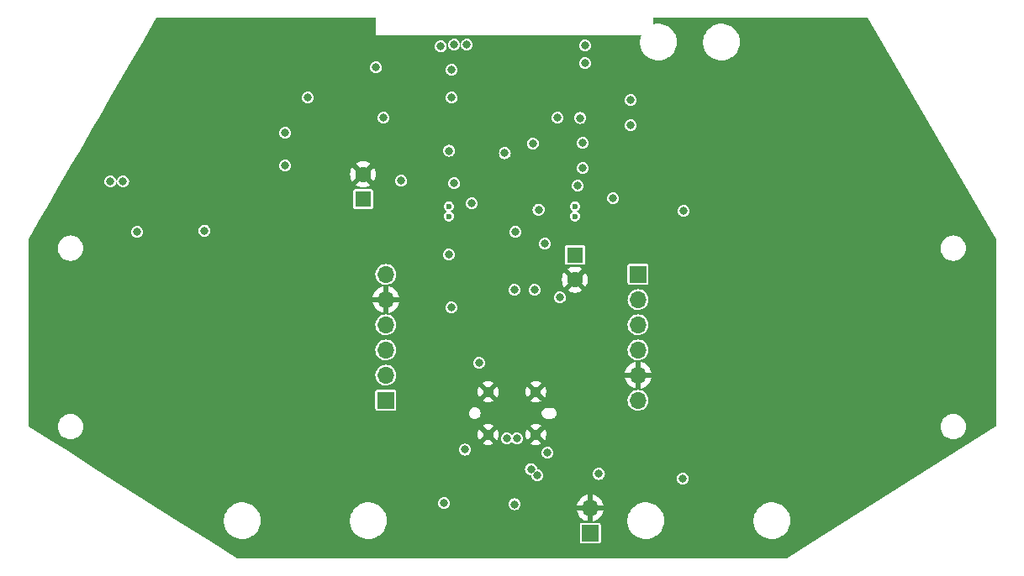
<source format=gbr>
%TF.GenerationSoftware,KiCad,Pcbnew,(6.0.9-0)*%
%TF.CreationDate,2023-03-14T17:35:55-07:00*%
%TF.ProjectId,MiniDusty,4d696e69-4475-4737-9479-2e6b69636164,rev?*%
%TF.SameCoordinates,Original*%
%TF.FileFunction,Copper,L3,Inr*%
%TF.FilePolarity,Positive*%
%FSLAX46Y46*%
G04 Gerber Fmt 4.6, Leading zero omitted, Abs format (unit mm)*
G04 Created by KiCad (PCBNEW (6.0.9-0)) date 2023-03-14 17:35:55*
%MOMM*%
%LPD*%
G01*
G04 APERTURE LIST*
%TA.AperFunction,ComponentPad*%
%ADD10R,1.700000X1.700000*%
%TD*%
%TA.AperFunction,ComponentPad*%
%ADD11O,1.700000X1.700000*%
%TD*%
%TA.AperFunction,ComponentPad*%
%ADD12C,0.600000*%
%TD*%
%TA.AperFunction,ComponentPad*%
%ADD13C,1.100000*%
%TD*%
%TA.AperFunction,ComponentPad*%
%ADD14R,1.600000X1.600000*%
%TD*%
%TA.AperFunction,ComponentPad*%
%ADD15C,1.600000*%
%TD*%
%TA.AperFunction,ViaPad*%
%ADD16C,0.800000*%
%TD*%
G04 APERTURE END LIST*
D10*
%TO.N,/M2OUT1*%
%TO.C,J3*%
X128758000Y-112322000D03*
D11*
%TO.N,+3V3*%
X128758000Y-109782000D03*
%TO.N,/Motor2PhaseB*%
X128758000Y-107242000D03*
%TO.N,/Motor2PhaseA*%
X128758000Y-104702000D03*
%TO.N,GND*%
X128758000Y-102162000D03*
%TO.N,/M2OUT2*%
X128758000Y-99622000D03*
%TD*%
D12*
%TO.N,N/C*%
%TO.C,U1*%
X135108000Y-92772000D03*
X135108000Y-93772000D03*
%TD*%
D13*
%TO.N,GND*%
%TO.C,J4*%
X139058000Y-111476000D03*
X139058000Y-115776000D03*
X143858000Y-115776000D03*
X143858000Y-111476000D03*
%TD*%
D14*
%TO.N,/+VBatt*%
%TO.C,C3*%
X147808000Y-97654888D03*
D15*
%TO.N,GND*%
X147808000Y-100154888D03*
%TD*%
D10*
%TO.N,/+VBatt*%
%TO.C,J1*%
X149352000Y-125721000D03*
D11*
%TO.N,GND*%
X149352000Y-123181000D03*
%TD*%
D14*
%TO.N,/+VBatt*%
%TO.C,C4*%
X126472000Y-92036000D03*
D15*
%TO.N,GND*%
X126472000Y-89536000D03*
%TD*%
D12*
%TO.N,N/C*%
%TO.C,U2*%
X147808000Y-93772000D03*
X147808000Y-92772000D03*
%TD*%
D10*
%TO.N,/M1OUT1*%
%TO.C,J2*%
X154158000Y-99622000D03*
D11*
%TO.N,+3V3*%
X154158000Y-102162000D03*
%TO.N,/Motor1PhaseB*%
X154158000Y-104702000D03*
%TO.N,/Motor1PhaseA*%
X154158000Y-107242000D03*
%TO.N,GND*%
X154158000Y-109782000D03*
%TO.N,/M1OUT2*%
X154158000Y-112322000D03*
%TD*%
D16*
%TO.N,GND*%
X143911117Y-84745592D03*
X142116643Y-83763909D03*
X143203883Y-83763909D03*
X144196122Y-83774464D03*
X143298885Y-82824449D03*
X142190533Y-81832210D03*
X143235550Y-81842765D03*
X144206678Y-81832210D03*
X100076000Y-92710000D03*
X138952076Y-98864851D03*
X138430000Y-121412000D03*
X150114000Y-92202000D03*
X137828500Y-98825428D03*
X138430000Y-119380000D03*
X138430000Y-120396000D03*
%TO.N,Net-(C1-Pad2)*%
X120904000Y-81788000D03*
X110490000Y-95211000D03*
%TO.N,/+VBatt*%
X158750000Y-93218000D03*
%TO.N,+3V3*%
X137414000Y-92456000D03*
X134620000Y-122682000D03*
X130302000Y-90170000D03*
X135636000Y-76454000D03*
X144018000Y-119888000D03*
X158670646Y-120209896D03*
X134296000Y-76638000D03*
X141732000Y-122800000D03*
X128524000Y-83820000D03*
X144145000Y-93091000D03*
X103715000Y-95333000D03*
X136906000Y-76454000D03*
X143383000Y-119253000D03*
%TO.N,/D+*%
X140950000Y-116166000D03*
X138156000Y-108546000D03*
%TO.N,/USB3V3*%
X141712000Y-101180000D03*
X135108000Y-97624000D03*
X144780000Y-96520000D03*
X143744000Y-101180000D03*
%TO.N,/V_USB_BUS*%
X150217220Y-119737220D03*
X145034000Y-117602000D03*
%TO.N,Net-(D2-Pad2)*%
X127762000Y-78740000D03*
X148082000Y-90678000D03*
%TO.N,Net-(D5-Pad1)*%
X146284000Y-101942000D03*
X135362000Y-102958000D03*
%TO.N,Net-(J4-PadB5)*%
X136742000Y-117292000D03*
X141966000Y-116166000D03*
%TO.N,/SDA*%
X118618000Y-85344000D03*
X101028500Y-90257000D03*
%TO.N,/SCL*%
X151638000Y-91948000D03*
X118618000Y-88646000D03*
X135128000Y-87156000D03*
X102298500Y-90257000D03*
%TO.N,/TX*%
X143568166Y-86418166D03*
X148590000Y-86360000D03*
%TO.N,/RX*%
X148590000Y-88900000D03*
X140738983Y-87398983D03*
%TO.N,/MotorSleepEN*%
X135636000Y-90424000D03*
X141809879Y-95344710D03*
%TO.N,/Motor1EN*%
X148824000Y-78320000D03*
X148336000Y-83854000D03*
%TO.N,/Motor1Phase*%
X148824000Y-76542000D03*
X146050000Y-83820000D03*
%TO.N,/Motor1PhaseA*%
X135382000Y-78994000D03*
%TO.N,/Motor1PhaseB*%
X135382000Y-81788000D03*
%TO.N,/Motor2PhaseB*%
X153416000Y-82042000D03*
%TO.N,/Motor2PhaseA*%
X153416000Y-84582000D03*
%TD*%
%TA.AperFunction,Conductor*%
%TO.N,GND*%
G36*
X127708573Y-73747927D02*
G01*
X127712000Y-73756200D01*
X127712000Y-75538000D01*
X154464652Y-75538000D01*
X154472925Y-75541427D01*
X154476352Y-75549700D01*
X154475684Y-75553596D01*
X154420312Y-75710397D01*
X154420230Y-75710811D01*
X154420229Y-75710816D01*
X154384800Y-75890569D01*
X154368380Y-75973878D01*
X154368360Y-75974288D01*
X154368359Y-75974293D01*
X154365799Y-76025718D01*
X154355028Y-76242095D01*
X154355068Y-76242513D01*
X154355068Y-76242518D01*
X154372625Y-76426533D01*
X154380534Y-76509431D01*
X154380635Y-76509843D01*
X154380635Y-76509844D01*
X154388689Y-76542760D01*
X154444364Y-76770285D01*
X154444522Y-76770675D01*
X154528715Y-76978536D01*
X154545182Y-77019192D01*
X154680875Y-77250938D01*
X154681139Y-77251268D01*
X154681141Y-77251271D01*
X154798419Y-77397920D01*
X154848601Y-77460669D01*
X155044846Y-77643991D01*
X155265499Y-77797064D01*
X155265876Y-77797251D01*
X155265875Y-77797251D01*
X155505557Y-77916491D01*
X155505563Y-77916494D01*
X155505938Y-77916680D01*
X155506335Y-77916810D01*
X155506337Y-77916811D01*
X155760725Y-78000204D01*
X155760731Y-78000205D01*
X155761126Y-78000335D01*
X155761535Y-78000406D01*
X155761539Y-78000407D01*
X155966804Y-78036047D01*
X156025717Y-78046276D01*
X156059349Y-78047950D01*
X156110421Y-78050493D01*
X156110431Y-78050493D01*
X156110567Y-78050500D01*
X156278223Y-78050500D01*
X156278424Y-78050485D01*
X156278436Y-78050485D01*
X156434005Y-78039197D01*
X156477846Y-78036016D01*
X156478260Y-78035925D01*
X156478264Y-78035924D01*
X156739665Y-77978212D01*
X156739670Y-77978211D01*
X156740080Y-77978120D01*
X156991211Y-77882975D01*
X157225976Y-77752574D01*
X157439458Y-77589650D01*
X157627185Y-77397614D01*
X157785225Y-77180491D01*
X157910265Y-76942828D01*
X157999688Y-76689603D01*
X158028781Y-76542000D01*
X158051539Y-76426533D01*
X158051620Y-76426122D01*
X158053618Y-76386000D01*
X158060781Y-76242095D01*
X160705028Y-76242095D01*
X160705068Y-76242513D01*
X160705068Y-76242518D01*
X160722625Y-76426533D01*
X160730534Y-76509431D01*
X160730635Y-76509843D01*
X160730635Y-76509844D01*
X160738689Y-76542760D01*
X160794364Y-76770285D01*
X160794522Y-76770675D01*
X160878715Y-76978536D01*
X160895182Y-77019192D01*
X161030875Y-77250938D01*
X161031139Y-77251268D01*
X161031141Y-77251271D01*
X161148419Y-77397920D01*
X161198601Y-77460669D01*
X161394846Y-77643991D01*
X161615499Y-77797064D01*
X161615876Y-77797251D01*
X161615875Y-77797251D01*
X161855557Y-77916491D01*
X161855563Y-77916494D01*
X161855938Y-77916680D01*
X161856335Y-77916810D01*
X161856337Y-77916811D01*
X162110725Y-78000204D01*
X162110731Y-78000205D01*
X162111126Y-78000335D01*
X162111535Y-78000406D01*
X162111539Y-78000407D01*
X162316804Y-78036047D01*
X162375717Y-78046276D01*
X162409349Y-78047950D01*
X162460421Y-78050493D01*
X162460431Y-78050493D01*
X162460567Y-78050500D01*
X162628223Y-78050500D01*
X162628424Y-78050485D01*
X162628436Y-78050485D01*
X162784005Y-78039197D01*
X162827846Y-78036016D01*
X162828260Y-78035925D01*
X162828264Y-78035924D01*
X163089665Y-77978212D01*
X163089670Y-77978211D01*
X163090080Y-77978120D01*
X163341211Y-77882975D01*
X163575976Y-77752574D01*
X163789458Y-77589650D01*
X163977185Y-77397614D01*
X164135225Y-77180491D01*
X164260265Y-76942828D01*
X164349688Y-76689603D01*
X164378781Y-76542000D01*
X164401539Y-76426533D01*
X164401620Y-76426122D01*
X164403618Y-76386000D01*
X164414951Y-76158325D01*
X164414972Y-76157905D01*
X164414329Y-76151159D01*
X164389507Y-75890996D01*
X164389506Y-75890992D01*
X164389466Y-75890569D01*
X164325636Y-75629715D01*
X164294805Y-75553596D01*
X164224975Y-75381195D01*
X164224974Y-75381192D01*
X164224818Y-75380808D01*
X164089125Y-75149062D01*
X163972105Y-75002735D01*
X163921668Y-74939667D01*
X163921666Y-74939665D01*
X163921399Y-74939331D01*
X163725154Y-74756009D01*
X163504501Y-74602936D01*
X163481655Y-74591570D01*
X163264443Y-74483509D01*
X163264437Y-74483506D01*
X163264062Y-74483320D01*
X163263665Y-74483190D01*
X163263663Y-74483189D01*
X163009275Y-74399796D01*
X163009269Y-74399795D01*
X163008874Y-74399665D01*
X163008465Y-74399594D01*
X163008461Y-74399593D01*
X162744623Y-74353783D01*
X162744622Y-74353783D01*
X162744283Y-74353724D01*
X162710651Y-74352050D01*
X162659579Y-74349507D01*
X162659569Y-74349507D01*
X162659433Y-74349500D01*
X162491777Y-74349500D01*
X162491576Y-74349515D01*
X162491564Y-74349515D01*
X162335995Y-74360803D01*
X162292154Y-74363984D01*
X162291740Y-74364075D01*
X162291736Y-74364076D01*
X162030335Y-74421788D01*
X162030330Y-74421789D01*
X162029920Y-74421880D01*
X161778789Y-74517025D01*
X161544024Y-74647426D01*
X161330542Y-74810350D01*
X161142815Y-75002386D01*
X160984775Y-75219509D01*
X160859735Y-75457172D01*
X160770312Y-75710397D01*
X160770230Y-75710811D01*
X160770229Y-75710816D01*
X160734800Y-75890569D01*
X160718380Y-75973878D01*
X160718360Y-75974288D01*
X160718359Y-75974293D01*
X160715799Y-76025718D01*
X160705028Y-76242095D01*
X158060781Y-76242095D01*
X158064951Y-76158325D01*
X158064972Y-76157905D01*
X158064329Y-76151159D01*
X158039507Y-75890996D01*
X158039506Y-75890992D01*
X158039466Y-75890569D01*
X157975636Y-75629715D01*
X157944805Y-75553596D01*
X157874975Y-75381195D01*
X157874974Y-75381192D01*
X157874818Y-75380808D01*
X157739125Y-75149062D01*
X157622105Y-75002735D01*
X157571668Y-74939667D01*
X157571666Y-74939665D01*
X157571399Y-74939331D01*
X157375154Y-74756009D01*
X157154501Y-74602936D01*
X157131655Y-74591570D01*
X156914443Y-74483509D01*
X156914437Y-74483506D01*
X156914062Y-74483320D01*
X156913665Y-74483190D01*
X156913663Y-74483189D01*
X156659275Y-74399796D01*
X156659269Y-74399795D01*
X156658874Y-74399665D01*
X156658465Y-74399594D01*
X156658461Y-74399593D01*
X156394623Y-74353783D01*
X156394622Y-74353783D01*
X156394283Y-74353724D01*
X156360651Y-74352050D01*
X156309579Y-74349507D01*
X156309569Y-74349507D01*
X156309433Y-74349500D01*
X156141777Y-74349500D01*
X156141576Y-74349515D01*
X156141564Y-74349515D01*
X155985995Y-74360803D01*
X155942154Y-74363984D01*
X155941740Y-74364075D01*
X155941736Y-74364076D01*
X155726222Y-74411657D01*
X155717405Y-74410094D01*
X155712275Y-74402754D01*
X155712000Y-74400232D01*
X155712000Y-73756200D01*
X155715427Y-73747927D01*
X155723700Y-73744500D01*
X177256157Y-73744500D01*
X177264430Y-73747927D01*
X177266280Y-73750333D01*
X190193923Y-96056855D01*
X190195500Y-96062722D01*
X190195500Y-114934746D01*
X190192073Y-114943019D01*
X190190055Y-114944633D01*
X171492341Y-126771500D01*
X169152234Y-128251688D01*
X169145980Y-128253500D01*
X113810020Y-128253500D01*
X113803766Y-128251688D01*
X111177899Y-126590748D01*
X148301500Y-126590748D01*
X148313133Y-126649231D01*
X148357448Y-126715552D01*
X148423769Y-126759867D01*
X148424898Y-126760092D01*
X148424899Y-126760092D01*
X148481683Y-126771387D01*
X148481685Y-126771387D01*
X148482252Y-126771500D01*
X150221748Y-126771500D01*
X150222315Y-126771387D01*
X150222317Y-126771387D01*
X150279101Y-126760092D01*
X150279102Y-126760092D01*
X150280231Y-126759867D01*
X150346552Y-126715552D01*
X150390867Y-126649231D01*
X150402500Y-126590748D01*
X150402500Y-124851252D01*
X150390867Y-124792769D01*
X150374988Y-124769004D01*
X150347192Y-124727406D01*
X150346552Y-124726448D01*
X150280231Y-124682133D01*
X150279102Y-124681908D01*
X150279101Y-124681908D01*
X150222317Y-124670613D01*
X150222315Y-124670613D01*
X150221748Y-124670500D01*
X148482252Y-124670500D01*
X148481685Y-124670613D01*
X148481683Y-124670613D01*
X148424899Y-124681908D01*
X148424898Y-124681908D01*
X148423769Y-124682133D01*
X148357448Y-124726448D01*
X148356808Y-124727406D01*
X148329013Y-124769004D01*
X148313133Y-124792769D01*
X148301500Y-124851252D01*
X148301500Y-126590748D01*
X111177899Y-126590748D01*
X107875838Y-124502095D01*
X112445028Y-124502095D01*
X112445068Y-124502513D01*
X112445068Y-124502518D01*
X112462625Y-124686533D01*
X112470534Y-124769431D01*
X112534364Y-125030285D01*
X112534522Y-125030675D01*
X112604086Y-125202419D01*
X112635182Y-125279192D01*
X112770875Y-125510938D01*
X112771139Y-125511268D01*
X112771141Y-125511271D01*
X112888419Y-125657920D01*
X112938601Y-125720669D01*
X113134846Y-125903991D01*
X113355499Y-126057064D01*
X113355876Y-126057251D01*
X113355875Y-126057251D01*
X113595557Y-126176491D01*
X113595563Y-126176494D01*
X113595938Y-126176680D01*
X113596335Y-126176810D01*
X113596337Y-126176811D01*
X113850725Y-126260204D01*
X113850731Y-126260205D01*
X113851126Y-126260335D01*
X113851535Y-126260406D01*
X113851539Y-126260407D01*
X114056804Y-126296047D01*
X114115717Y-126306276D01*
X114149349Y-126307950D01*
X114200421Y-126310493D01*
X114200431Y-126310493D01*
X114200567Y-126310500D01*
X114368223Y-126310500D01*
X114368424Y-126310485D01*
X114368436Y-126310485D01*
X114524005Y-126299197D01*
X114567846Y-126296016D01*
X114568260Y-126295925D01*
X114568264Y-126295924D01*
X114829665Y-126238212D01*
X114829670Y-126238211D01*
X114830080Y-126238120D01*
X115081211Y-126142975D01*
X115315976Y-126012574D01*
X115529458Y-125849650D01*
X115717185Y-125657614D01*
X115875225Y-125440491D01*
X116000265Y-125202828D01*
X116089688Y-124949603D01*
X116125119Y-124769844D01*
X116141539Y-124686533D01*
X116141620Y-124686122D01*
X116150042Y-124516950D01*
X116150781Y-124502095D01*
X125145028Y-124502095D01*
X125145068Y-124502513D01*
X125145068Y-124502518D01*
X125162625Y-124686533D01*
X125170534Y-124769431D01*
X125234364Y-125030285D01*
X125234522Y-125030675D01*
X125304086Y-125202419D01*
X125335182Y-125279192D01*
X125470875Y-125510938D01*
X125471139Y-125511268D01*
X125471141Y-125511271D01*
X125588419Y-125657920D01*
X125638601Y-125720669D01*
X125834846Y-125903991D01*
X126055499Y-126057064D01*
X126055876Y-126057251D01*
X126055875Y-126057251D01*
X126295557Y-126176491D01*
X126295563Y-126176494D01*
X126295938Y-126176680D01*
X126296335Y-126176810D01*
X126296337Y-126176811D01*
X126550725Y-126260204D01*
X126550731Y-126260205D01*
X126551126Y-126260335D01*
X126551535Y-126260406D01*
X126551539Y-126260407D01*
X126756804Y-126296047D01*
X126815717Y-126306276D01*
X126849349Y-126307950D01*
X126900421Y-126310493D01*
X126900431Y-126310493D01*
X126900567Y-126310500D01*
X127068223Y-126310500D01*
X127068424Y-126310485D01*
X127068436Y-126310485D01*
X127224005Y-126299197D01*
X127267846Y-126296016D01*
X127268260Y-126295925D01*
X127268264Y-126295924D01*
X127529665Y-126238212D01*
X127529670Y-126238211D01*
X127530080Y-126238120D01*
X127781211Y-126142975D01*
X128015976Y-126012574D01*
X128229458Y-125849650D01*
X128417185Y-125657614D01*
X128575225Y-125440491D01*
X128700265Y-125202828D01*
X128789688Y-124949603D01*
X128825119Y-124769844D01*
X128841539Y-124686533D01*
X128841620Y-124686122D01*
X128850042Y-124516950D01*
X128850124Y-124515305D01*
X149606000Y-124515305D01*
X149606682Y-124516950D01*
X149607777Y-124517404D01*
X149634837Y-124513938D01*
X149635767Y-124513740D01*
X149674582Y-124502095D01*
X153085028Y-124502095D01*
X153085068Y-124502513D01*
X153085068Y-124502518D01*
X153102625Y-124686533D01*
X153110534Y-124769431D01*
X153174364Y-125030285D01*
X153174522Y-125030675D01*
X153244086Y-125202419D01*
X153275182Y-125279192D01*
X153410875Y-125510938D01*
X153411139Y-125511268D01*
X153411141Y-125511271D01*
X153528419Y-125657920D01*
X153578601Y-125720669D01*
X153774846Y-125903991D01*
X153995499Y-126057064D01*
X153995876Y-126057251D01*
X153995875Y-126057251D01*
X154235557Y-126176491D01*
X154235563Y-126176494D01*
X154235938Y-126176680D01*
X154236335Y-126176810D01*
X154236337Y-126176811D01*
X154490725Y-126260204D01*
X154490731Y-126260205D01*
X154491126Y-126260335D01*
X154491535Y-126260406D01*
X154491539Y-126260407D01*
X154696804Y-126296047D01*
X154755717Y-126306276D01*
X154789349Y-126307950D01*
X154840421Y-126310493D01*
X154840431Y-126310493D01*
X154840567Y-126310500D01*
X155008223Y-126310500D01*
X155008424Y-126310485D01*
X155008436Y-126310485D01*
X155164005Y-126299197D01*
X155207846Y-126296016D01*
X155208260Y-126295925D01*
X155208264Y-126295924D01*
X155469665Y-126238212D01*
X155469670Y-126238211D01*
X155470080Y-126238120D01*
X155721211Y-126142975D01*
X155955976Y-126012574D01*
X156169458Y-125849650D01*
X156357185Y-125657614D01*
X156515225Y-125440491D01*
X156640265Y-125202828D01*
X156729688Y-124949603D01*
X156765119Y-124769844D01*
X156781539Y-124686533D01*
X156781620Y-124686122D01*
X156790042Y-124516950D01*
X156790781Y-124502095D01*
X165785028Y-124502095D01*
X165785068Y-124502513D01*
X165785068Y-124502518D01*
X165802625Y-124686533D01*
X165810534Y-124769431D01*
X165874364Y-125030285D01*
X165874522Y-125030675D01*
X165944086Y-125202419D01*
X165975182Y-125279192D01*
X166110875Y-125510938D01*
X166111139Y-125511268D01*
X166111141Y-125511271D01*
X166228419Y-125657920D01*
X166278601Y-125720669D01*
X166474846Y-125903991D01*
X166695499Y-126057064D01*
X166695876Y-126057251D01*
X166695875Y-126057251D01*
X166935557Y-126176491D01*
X166935563Y-126176494D01*
X166935938Y-126176680D01*
X166936335Y-126176810D01*
X166936337Y-126176811D01*
X167190725Y-126260204D01*
X167190731Y-126260205D01*
X167191126Y-126260335D01*
X167191535Y-126260406D01*
X167191539Y-126260407D01*
X167396804Y-126296047D01*
X167455717Y-126306276D01*
X167489349Y-126307950D01*
X167540421Y-126310493D01*
X167540431Y-126310493D01*
X167540567Y-126310500D01*
X167708223Y-126310500D01*
X167708424Y-126310485D01*
X167708436Y-126310485D01*
X167864005Y-126299197D01*
X167907846Y-126296016D01*
X167908260Y-126295925D01*
X167908264Y-126295924D01*
X168169665Y-126238212D01*
X168169670Y-126238211D01*
X168170080Y-126238120D01*
X168421211Y-126142975D01*
X168655976Y-126012574D01*
X168869458Y-125849650D01*
X169057185Y-125657614D01*
X169215225Y-125440491D01*
X169340265Y-125202828D01*
X169429688Y-124949603D01*
X169465119Y-124769844D01*
X169481539Y-124686533D01*
X169481620Y-124686122D01*
X169490042Y-124516950D01*
X169494951Y-124418325D01*
X169494972Y-124417905D01*
X169494185Y-124409648D01*
X169469507Y-124150996D01*
X169469506Y-124150992D01*
X169469466Y-124150569D01*
X169405636Y-123889715D01*
X169367249Y-123794942D01*
X169304975Y-123641195D01*
X169304974Y-123641192D01*
X169304818Y-123640808D01*
X169169125Y-123409062D01*
X169149998Y-123385144D01*
X169001668Y-123199667D01*
X169001666Y-123199665D01*
X169001399Y-123199331D01*
X168805154Y-123016009D01*
X168584501Y-122862936D01*
X168535909Y-122838762D01*
X168344443Y-122743509D01*
X168344437Y-122743506D01*
X168344062Y-122743320D01*
X168343665Y-122743190D01*
X168343663Y-122743189D01*
X168089275Y-122659796D01*
X168089269Y-122659795D01*
X168088874Y-122659665D01*
X168088465Y-122659594D01*
X168088461Y-122659593D01*
X167824623Y-122613783D01*
X167824622Y-122613783D01*
X167824283Y-122613724D01*
X167790651Y-122612050D01*
X167739579Y-122609507D01*
X167739569Y-122609507D01*
X167739433Y-122609500D01*
X167571777Y-122609500D01*
X167571576Y-122609515D01*
X167571564Y-122609515D01*
X167415995Y-122620803D01*
X167372154Y-122623984D01*
X167371740Y-122624075D01*
X167371736Y-122624076D01*
X167110335Y-122681788D01*
X167110330Y-122681789D01*
X167109920Y-122681880D01*
X166858789Y-122777025D01*
X166624024Y-122907426D01*
X166410542Y-123070350D01*
X166222815Y-123262386D01*
X166064775Y-123479509D01*
X165939735Y-123717172D01*
X165850312Y-123970397D01*
X165850230Y-123970811D01*
X165850229Y-123970816D01*
X165813950Y-124154883D01*
X165798380Y-124233878D01*
X165785028Y-124502095D01*
X156790781Y-124502095D01*
X156794951Y-124418325D01*
X156794972Y-124417905D01*
X156794185Y-124409648D01*
X156769507Y-124150996D01*
X156769506Y-124150992D01*
X156769466Y-124150569D01*
X156705636Y-123889715D01*
X156667249Y-123794942D01*
X156604975Y-123641195D01*
X156604974Y-123641192D01*
X156604818Y-123640808D01*
X156469125Y-123409062D01*
X156449998Y-123385144D01*
X156301668Y-123199667D01*
X156301666Y-123199665D01*
X156301399Y-123199331D01*
X156105154Y-123016009D01*
X155884501Y-122862936D01*
X155835909Y-122838762D01*
X155644443Y-122743509D01*
X155644437Y-122743506D01*
X155644062Y-122743320D01*
X155643665Y-122743190D01*
X155643663Y-122743189D01*
X155389275Y-122659796D01*
X155389269Y-122659795D01*
X155388874Y-122659665D01*
X155388465Y-122659594D01*
X155388461Y-122659593D01*
X155124623Y-122613783D01*
X155124622Y-122613783D01*
X155124283Y-122613724D01*
X155090651Y-122612050D01*
X155039579Y-122609507D01*
X155039569Y-122609507D01*
X155039433Y-122609500D01*
X154871777Y-122609500D01*
X154871576Y-122609515D01*
X154871564Y-122609515D01*
X154715995Y-122620803D01*
X154672154Y-122623984D01*
X154671740Y-122624075D01*
X154671736Y-122624076D01*
X154410335Y-122681788D01*
X154410330Y-122681789D01*
X154409920Y-122681880D01*
X154158789Y-122777025D01*
X153924024Y-122907426D01*
X153710542Y-123070350D01*
X153522815Y-123262386D01*
X153364775Y-123479509D01*
X153239735Y-123717172D01*
X153150312Y-123970397D01*
X153150230Y-123970811D01*
X153150229Y-123970816D01*
X153113950Y-124154883D01*
X153098380Y-124233878D01*
X153085028Y-124502095D01*
X149674582Y-124502095D01*
X149848747Y-124449843D01*
X149849629Y-124449497D01*
X150049306Y-124351676D01*
X150050128Y-124351186D01*
X150231150Y-124222066D01*
X150231869Y-124221458D01*
X150389377Y-124064498D01*
X150389994Y-124063772D01*
X150519739Y-123883212D01*
X150520235Y-123882388D01*
X150618754Y-123683051D01*
X150619102Y-123682173D01*
X150683741Y-123469419D01*
X150683942Y-123468489D01*
X150688047Y-123437306D01*
X150687587Y-123435588D01*
X150686569Y-123435000D01*
X149608327Y-123435000D01*
X149606682Y-123435682D01*
X149606000Y-123437327D01*
X149606000Y-124515305D01*
X128850124Y-124515305D01*
X128854951Y-124418325D01*
X128854972Y-124417905D01*
X128854185Y-124409648D01*
X128829507Y-124150996D01*
X128829506Y-124150992D01*
X128829466Y-124150569D01*
X128765636Y-123889715D01*
X128727249Y-123794942D01*
X128664975Y-123641195D01*
X128664974Y-123641192D01*
X128664818Y-123640808D01*
X128545195Y-123436507D01*
X148017450Y-123436507D01*
X148051595Y-123588017D01*
X148051884Y-123588940D01*
X148135532Y-123794942D01*
X148135966Y-123795801D01*
X148252141Y-123985382D01*
X148252709Y-123986156D01*
X148398286Y-124154215D01*
X148398967Y-124154883D01*
X148570047Y-124296916D01*
X148570826Y-124297462D01*
X148762810Y-124409648D01*
X148763660Y-124410055D01*
X148971384Y-124489377D01*
X148972301Y-124489643D01*
X149095719Y-124514753D01*
X149097468Y-124514413D01*
X149098000Y-124513624D01*
X149098000Y-123437327D01*
X149097318Y-123435682D01*
X149095673Y-123435000D01*
X148019437Y-123435000D01*
X148017792Y-123435682D01*
X148017450Y-123436507D01*
X128545195Y-123436507D01*
X128529125Y-123409062D01*
X128509998Y-123385144D01*
X128361668Y-123199667D01*
X128361666Y-123199665D01*
X128361399Y-123199331D01*
X128165154Y-123016009D01*
X127944501Y-122862936D01*
X127895909Y-122838762D01*
X127704443Y-122743509D01*
X127704437Y-122743506D01*
X127704062Y-122743320D01*
X127703665Y-122743190D01*
X127703663Y-122743189D01*
X127517008Y-122682000D01*
X134014318Y-122682000D01*
X134034956Y-122838762D01*
X134095464Y-122984841D01*
X134191718Y-123110282D01*
X134317159Y-123206536D01*
X134463238Y-123267044D01*
X134620000Y-123287682D01*
X134776762Y-123267044D01*
X134922841Y-123206536D01*
X135048282Y-123110282D01*
X135144536Y-122984841D01*
X135205044Y-122838762D01*
X135210147Y-122800000D01*
X141126318Y-122800000D01*
X141146956Y-122956762D01*
X141207464Y-123102841D01*
X141207935Y-123103454D01*
X141207935Y-123103455D01*
X141213174Y-123110282D01*
X141303718Y-123228282D01*
X141429159Y-123324536D01*
X141575238Y-123385044D01*
X141732000Y-123405682D01*
X141888762Y-123385044D01*
X142034841Y-123324536D01*
X142160282Y-123228282D01*
X142250826Y-123110282D01*
X142256065Y-123103455D01*
X142256065Y-123103454D01*
X142256536Y-123102841D01*
X142317044Y-122956762D01*
X142321228Y-122924979D01*
X148013672Y-122924979D01*
X148014088Y-122926394D01*
X148015199Y-122927000D01*
X149095673Y-122927000D01*
X149097318Y-122926318D01*
X149098000Y-122924673D01*
X149606000Y-122924673D01*
X149606682Y-122926318D01*
X149608327Y-122927000D01*
X150686132Y-122927000D01*
X150687777Y-122926318D01*
X150688095Y-122925551D01*
X150642072Y-122742329D01*
X150641765Y-122741427D01*
X150553104Y-122537518D01*
X150552651Y-122536674D01*
X150431877Y-122349986D01*
X150431294Y-122349228D01*
X150281651Y-122184773D01*
X150280951Y-122184120D01*
X150106454Y-122046312D01*
X150105665Y-122045787D01*
X149911004Y-121938328D01*
X149910132Y-121937936D01*
X149700539Y-121863715D01*
X149699609Y-121863469D01*
X149608290Y-121847203D01*
X149606551Y-121847585D01*
X149606000Y-121848447D01*
X149606000Y-122924673D01*
X149098000Y-122924673D01*
X149098000Y-121848314D01*
X149097318Y-121846669D01*
X149096301Y-121846247D01*
X149036688Y-121855370D01*
X149035749Y-121855593D01*
X148824403Y-121924671D01*
X148823526Y-121925040D01*
X148626304Y-122027707D01*
X148625487Y-122028222D01*
X148447683Y-122161721D01*
X148446966Y-122162357D01*
X148293350Y-122323108D01*
X148292748Y-122323852D01*
X148167452Y-122507528D01*
X148166975Y-122508367D01*
X148073363Y-122710038D01*
X148073029Y-122710945D01*
X148013672Y-122924979D01*
X142321228Y-122924979D01*
X142337682Y-122800000D01*
X142317044Y-122643238D01*
X142256536Y-122497159D01*
X142160282Y-122371718D01*
X142034841Y-122275464D01*
X141888762Y-122214956D01*
X141732000Y-122194318D01*
X141575238Y-122214956D01*
X141429159Y-122275464D01*
X141303718Y-122371718D01*
X141207464Y-122497159D01*
X141146956Y-122643238D01*
X141126318Y-122800000D01*
X135210147Y-122800000D01*
X135225682Y-122682000D01*
X135205044Y-122525238D01*
X135144536Y-122379159D01*
X135139295Y-122372328D01*
X135048750Y-122254328D01*
X135048282Y-122253718D01*
X134922841Y-122157464D01*
X134776762Y-122096956D01*
X134620000Y-122076318D01*
X134463238Y-122096956D01*
X134317159Y-122157464D01*
X134191718Y-122253718D01*
X134191250Y-122254328D01*
X134100706Y-122372328D01*
X134095464Y-122379159D01*
X134034956Y-122525238D01*
X134014318Y-122682000D01*
X127517008Y-122682000D01*
X127449275Y-122659796D01*
X127449269Y-122659795D01*
X127448874Y-122659665D01*
X127448465Y-122659594D01*
X127448461Y-122659593D01*
X127184623Y-122613783D01*
X127184622Y-122613783D01*
X127184283Y-122613724D01*
X127150651Y-122612050D01*
X127099579Y-122609507D01*
X127099569Y-122609507D01*
X127099433Y-122609500D01*
X126931777Y-122609500D01*
X126931576Y-122609515D01*
X126931564Y-122609515D01*
X126775995Y-122620803D01*
X126732154Y-122623984D01*
X126731740Y-122624075D01*
X126731736Y-122624076D01*
X126470335Y-122681788D01*
X126470330Y-122681789D01*
X126469920Y-122681880D01*
X126218789Y-122777025D01*
X125984024Y-122907426D01*
X125770542Y-123070350D01*
X125582815Y-123262386D01*
X125424775Y-123479509D01*
X125299735Y-123717172D01*
X125210312Y-123970397D01*
X125210230Y-123970811D01*
X125210229Y-123970816D01*
X125173950Y-124154883D01*
X125158380Y-124233878D01*
X125145028Y-124502095D01*
X116150781Y-124502095D01*
X116154951Y-124418325D01*
X116154972Y-124417905D01*
X116154185Y-124409648D01*
X116129507Y-124150996D01*
X116129506Y-124150992D01*
X116129466Y-124150569D01*
X116065636Y-123889715D01*
X116027249Y-123794942D01*
X115964975Y-123641195D01*
X115964974Y-123641192D01*
X115964818Y-123640808D01*
X115829125Y-123409062D01*
X115809998Y-123385144D01*
X115661668Y-123199667D01*
X115661666Y-123199665D01*
X115661399Y-123199331D01*
X115465154Y-123016009D01*
X115244501Y-122862936D01*
X115195909Y-122838762D01*
X115004443Y-122743509D01*
X115004437Y-122743506D01*
X115004062Y-122743320D01*
X115003665Y-122743190D01*
X115003663Y-122743189D01*
X114749275Y-122659796D01*
X114749269Y-122659795D01*
X114748874Y-122659665D01*
X114748465Y-122659594D01*
X114748461Y-122659593D01*
X114484623Y-122613783D01*
X114484622Y-122613783D01*
X114484283Y-122613724D01*
X114450651Y-122612050D01*
X114399579Y-122609507D01*
X114399569Y-122609507D01*
X114399433Y-122609500D01*
X114231777Y-122609500D01*
X114231576Y-122609515D01*
X114231564Y-122609515D01*
X114075995Y-122620803D01*
X114032154Y-122623984D01*
X114031740Y-122624075D01*
X114031736Y-122624076D01*
X113770335Y-122681788D01*
X113770330Y-122681789D01*
X113769920Y-122681880D01*
X113518789Y-122777025D01*
X113284024Y-122907426D01*
X113070542Y-123070350D01*
X112882815Y-123262386D01*
X112724775Y-123479509D01*
X112599735Y-123717172D01*
X112510312Y-123970397D01*
X112510230Y-123970811D01*
X112510229Y-123970816D01*
X112473950Y-124154883D01*
X112458380Y-124233878D01*
X112445028Y-124502095D01*
X107875838Y-124502095D01*
X99577269Y-119253000D01*
X142777318Y-119253000D01*
X142797956Y-119409762D01*
X142858464Y-119555841D01*
X142858935Y-119556454D01*
X142858935Y-119556455D01*
X142911341Y-119624752D01*
X142954718Y-119681282D01*
X143080159Y-119777536D01*
X143226238Y-119838044D01*
X143383000Y-119858682D01*
X143401646Y-119856227D01*
X143410295Y-119858545D01*
X143414773Y-119866300D01*
X143414773Y-119869352D01*
X143412318Y-119888000D01*
X143412418Y-119888760D01*
X143413199Y-119894694D01*
X143432956Y-120044762D01*
X143493464Y-120190841D01*
X143493935Y-120191454D01*
X143493935Y-120191455D01*
X143547517Y-120261285D01*
X143589718Y-120316282D01*
X143715159Y-120412536D01*
X143861238Y-120473044D01*
X144018000Y-120493682D01*
X144174762Y-120473044D01*
X144320841Y-120412536D01*
X144446282Y-120316282D01*
X144488483Y-120261285D01*
X144542065Y-120191455D01*
X144542065Y-120191454D01*
X144542536Y-120190841D01*
X144603044Y-120044762D01*
X144622801Y-119894694D01*
X144623582Y-119888760D01*
X144623682Y-119888000D01*
X144603832Y-119737220D01*
X149611538Y-119737220D01*
X149632176Y-119893982D01*
X149692684Y-120040061D01*
X149693155Y-120040674D01*
X149693155Y-120040675D01*
X149702169Y-120052422D01*
X149788938Y-120165502D01*
X149914379Y-120261756D01*
X150060458Y-120322264D01*
X150217220Y-120342902D01*
X150373982Y-120322264D01*
X150520061Y-120261756D01*
X150587646Y-120209896D01*
X158064964Y-120209896D01*
X158085602Y-120366658D01*
X158146110Y-120512737D01*
X158242364Y-120638178D01*
X158367805Y-120734432D01*
X158513884Y-120794940D01*
X158670646Y-120815578D01*
X158827408Y-120794940D01*
X158973487Y-120734432D01*
X159098928Y-120638178D01*
X159195182Y-120512737D01*
X159255690Y-120366658D01*
X159276328Y-120209896D01*
X159255690Y-120053134D01*
X159195182Y-119907055D01*
X159179978Y-119887240D01*
X159099396Y-119782224D01*
X159098928Y-119781614D01*
X158973487Y-119685360D01*
X158827408Y-119624852D01*
X158670646Y-119604214D01*
X158513884Y-119624852D01*
X158367805Y-119685360D01*
X158242364Y-119781614D01*
X158241896Y-119782224D01*
X158161315Y-119887240D01*
X158146110Y-119907055D01*
X158085602Y-120053134D01*
X158064964Y-120209896D01*
X150587646Y-120209896D01*
X150645502Y-120165502D01*
X150732271Y-120052422D01*
X150741285Y-120040675D01*
X150741285Y-120040674D01*
X150741756Y-120040061D01*
X150802264Y-119893982D01*
X150822902Y-119737220D01*
X150822115Y-119731238D01*
X150819777Y-119713480D01*
X150802264Y-119580458D01*
X150741756Y-119434379D01*
X150645502Y-119308938D01*
X150520061Y-119212684D01*
X150373982Y-119152176D01*
X150217220Y-119131538D01*
X150060458Y-119152176D01*
X149914379Y-119212684D01*
X149788938Y-119308938D01*
X149692684Y-119434379D01*
X149632176Y-119580458D01*
X149614663Y-119713480D01*
X149612326Y-119731238D01*
X149611538Y-119737220D01*
X144603832Y-119737220D01*
X144603044Y-119731238D01*
X144542536Y-119585159D01*
X144538383Y-119579746D01*
X144446750Y-119460328D01*
X144446282Y-119459718D01*
X144320841Y-119363464D01*
X144174762Y-119302956D01*
X144018000Y-119282318D01*
X143999354Y-119284773D01*
X143990705Y-119282455D01*
X143986227Y-119274700D01*
X143986227Y-119271646D01*
X143988582Y-119253760D01*
X143988682Y-119253000D01*
X143968044Y-119096238D01*
X143907536Y-118950159D01*
X143811282Y-118824718D01*
X143685841Y-118728464D01*
X143539762Y-118667956D01*
X143383000Y-118647318D01*
X143226238Y-118667956D01*
X143080159Y-118728464D01*
X142954718Y-118824718D01*
X142858464Y-118950159D01*
X142797956Y-119096238D01*
X142777318Y-119253000D01*
X99577269Y-119253000D01*
X96477021Y-117292000D01*
X136136318Y-117292000D01*
X136156956Y-117448762D01*
X136217464Y-117594841D01*
X136313718Y-117720282D01*
X136439159Y-117816536D01*
X136585238Y-117877044D01*
X136742000Y-117897682D01*
X136898762Y-117877044D01*
X137044841Y-117816536D01*
X137170282Y-117720282D01*
X137261043Y-117602000D01*
X144428318Y-117602000D01*
X144448956Y-117758762D01*
X144509464Y-117904841D01*
X144605718Y-118030282D01*
X144731159Y-118126536D01*
X144877238Y-118187044D01*
X145034000Y-118207682D01*
X145190762Y-118187044D01*
X145336841Y-118126536D01*
X145462282Y-118030282D01*
X145558536Y-117904841D01*
X145619044Y-117758762D01*
X145639682Y-117602000D01*
X145619044Y-117445238D01*
X145558536Y-117299159D01*
X145462282Y-117173718D01*
X145336841Y-117077464D01*
X145190762Y-117016956D01*
X145034000Y-116996318D01*
X144877238Y-117016956D01*
X144731159Y-117077464D01*
X144605718Y-117173718D01*
X144509464Y-117299159D01*
X144448956Y-117445238D01*
X144428318Y-117602000D01*
X137261043Y-117602000D01*
X137266536Y-117594841D01*
X137327044Y-117448762D01*
X137347682Y-117292000D01*
X137327044Y-117135238D01*
X137266536Y-116989159D01*
X137170282Y-116863718D01*
X137044841Y-116767464D01*
X136898762Y-116706956D01*
X136742000Y-116686318D01*
X136585238Y-116706956D01*
X136439159Y-116767464D01*
X136313718Y-116863718D01*
X136217464Y-116989159D01*
X136156956Y-117135238D01*
X136136318Y-117292000D01*
X96477021Y-117292000D01*
X95513129Y-116682309D01*
X138511865Y-116682309D01*
X138512155Y-116683010D01*
X138631882Y-116749924D01*
X138632926Y-116750380D01*
X138829167Y-116814142D01*
X138830276Y-116814386D01*
X139035175Y-116838819D01*
X139036298Y-116838843D01*
X139242039Y-116823012D01*
X139243163Y-116822813D01*
X139441895Y-116767326D01*
X139442965Y-116766911D01*
X139604816Y-116685154D01*
X139605978Y-116683802D01*
X139605928Y-116683138D01*
X139059646Y-116136856D01*
X139058000Y-116136174D01*
X139056354Y-116136856D01*
X138512547Y-116680663D01*
X138511865Y-116682309D01*
X95513129Y-116682309D01*
X92809212Y-114972000D01*
X95733450Y-114972000D01*
X95752813Y-115193323D01*
X95752944Y-115193813D01*
X95752945Y-115193817D01*
X95800536Y-115371428D01*
X95810315Y-115407922D01*
X95810530Y-115408382D01*
X95810531Y-115408386D01*
X95828702Y-115447353D01*
X95904207Y-115609275D01*
X96031638Y-115791265D01*
X96188735Y-115948362D01*
X96370725Y-116075793D01*
X96387253Y-116083500D01*
X96571614Y-116169469D01*
X96571618Y-116169470D01*
X96572078Y-116169685D01*
X96572574Y-116169818D01*
X96572577Y-116169819D01*
X96786183Y-116227055D01*
X96786187Y-116227056D01*
X96786677Y-116227187D01*
X96787181Y-116227231D01*
X96787186Y-116227232D01*
X97007486Y-116246505D01*
X97008000Y-116246550D01*
X97008514Y-116246505D01*
X97228814Y-116227232D01*
X97228819Y-116227231D01*
X97229323Y-116227187D01*
X97229813Y-116227056D01*
X97229817Y-116227055D01*
X97443423Y-116169819D01*
X97443426Y-116169818D01*
X97443922Y-116169685D01*
X97444382Y-116169470D01*
X97444386Y-116169469D01*
X97628747Y-116083500D01*
X97645275Y-116075793D01*
X97827265Y-115948362D01*
X97984362Y-115791265D01*
X98005043Y-115761729D01*
X137995033Y-115761729D01*
X138012298Y-115967343D01*
X138012503Y-115968461D01*
X138069379Y-116166808D01*
X138069801Y-116167873D01*
X138149230Y-116322426D01*
X138150588Y-116323578D01*
X138151268Y-116323522D01*
X138697144Y-115777646D01*
X138697826Y-115776000D01*
X139418174Y-115776000D01*
X139418856Y-115777646D01*
X139962501Y-116321291D01*
X139964147Y-116321973D01*
X139964863Y-116321676D01*
X140028925Y-116208908D01*
X140029389Y-116207866D01*
X140043316Y-116166000D01*
X140344318Y-116166000D01*
X140364956Y-116322762D01*
X140425464Y-116468841D01*
X140521718Y-116594282D01*
X140647159Y-116690536D01*
X140793238Y-116751044D01*
X140950000Y-116771682D01*
X141106762Y-116751044D01*
X141252841Y-116690536D01*
X141378282Y-116594282D01*
X141448719Y-116502487D01*
X141456473Y-116498010D01*
X141465123Y-116500328D01*
X141467280Y-116502485D01*
X141537718Y-116594282D01*
X141663159Y-116690536D01*
X141809238Y-116751044D01*
X141966000Y-116771682D01*
X142122762Y-116751044D01*
X142268841Y-116690536D01*
X142279563Y-116682309D01*
X143311865Y-116682309D01*
X143312155Y-116683010D01*
X143431882Y-116749924D01*
X143432926Y-116750380D01*
X143629167Y-116814142D01*
X143630276Y-116814386D01*
X143835175Y-116838819D01*
X143836298Y-116838843D01*
X144042039Y-116823012D01*
X144043163Y-116822813D01*
X144241895Y-116767326D01*
X144242965Y-116766911D01*
X144404816Y-116685154D01*
X144405978Y-116683802D01*
X144405928Y-116683138D01*
X143859646Y-116136856D01*
X143858000Y-116136174D01*
X143856354Y-116136856D01*
X143312547Y-116680663D01*
X143311865Y-116682309D01*
X142279563Y-116682309D01*
X142394282Y-116594282D01*
X142490536Y-116468841D01*
X142551044Y-116322762D01*
X142571682Y-116166000D01*
X142551044Y-116009238D01*
X142490536Y-115863159D01*
X142412706Y-115761729D01*
X142795033Y-115761729D01*
X142812298Y-115967343D01*
X142812503Y-115968461D01*
X142869379Y-116166808D01*
X142869801Y-116167873D01*
X142949230Y-116322426D01*
X142950588Y-116323578D01*
X142951268Y-116323522D01*
X143497144Y-115777646D01*
X143497826Y-115776000D01*
X144218174Y-115776000D01*
X144218856Y-115777646D01*
X144762501Y-116321291D01*
X144764147Y-116321973D01*
X144764863Y-116321676D01*
X144828925Y-116208908D01*
X144829389Y-116207866D01*
X144894521Y-116012071D01*
X144894771Y-116010969D01*
X144920664Y-115806012D01*
X144920710Y-115805352D01*
X144921114Y-115776332D01*
X144921086Y-115775666D01*
X144900928Y-115570078D01*
X144900707Y-115568958D01*
X144841068Y-115371428D01*
X144840630Y-115370365D01*
X144766122Y-115230237D01*
X144764747Y-115229103D01*
X144764039Y-115229171D01*
X144218856Y-115774354D01*
X144218174Y-115776000D01*
X143497826Y-115776000D01*
X143497144Y-115774354D01*
X142953136Y-115230346D01*
X142951490Y-115229664D01*
X142950804Y-115229948D01*
X142881123Y-115356696D01*
X142880677Y-115357737D01*
X142818286Y-115554420D01*
X142818049Y-115555533D01*
X142795049Y-115760586D01*
X142795033Y-115761729D01*
X142412706Y-115761729D01*
X142394282Y-115737718D01*
X142268841Y-115641464D01*
X142122762Y-115580956D01*
X141966000Y-115560318D01*
X141809238Y-115580956D01*
X141663159Y-115641464D01*
X141537718Y-115737718D01*
X141467282Y-115829513D01*
X141459527Y-115833990D01*
X141450877Y-115831672D01*
X141448718Y-115829513D01*
X141378282Y-115737718D01*
X141252841Y-115641464D01*
X141106762Y-115580956D01*
X140950000Y-115560318D01*
X140793238Y-115580956D01*
X140647159Y-115641464D01*
X140521718Y-115737718D01*
X140425464Y-115863159D01*
X140364956Y-116009238D01*
X140344318Y-116166000D01*
X140043316Y-116166000D01*
X140094521Y-116012071D01*
X140094771Y-116010969D01*
X140120664Y-115806012D01*
X140120710Y-115805352D01*
X140121114Y-115776332D01*
X140121086Y-115775666D01*
X140100928Y-115570078D01*
X140100707Y-115568958D01*
X140041068Y-115371428D01*
X140040630Y-115370365D01*
X139966122Y-115230237D01*
X139964747Y-115229103D01*
X139964039Y-115229171D01*
X139418856Y-115774354D01*
X139418174Y-115776000D01*
X138697826Y-115776000D01*
X138697144Y-115774354D01*
X138153136Y-115230346D01*
X138151490Y-115229664D01*
X138150804Y-115229948D01*
X138081123Y-115356696D01*
X138080677Y-115357737D01*
X138018286Y-115554420D01*
X138018049Y-115555533D01*
X137995049Y-115760586D01*
X137995033Y-115761729D01*
X98005043Y-115761729D01*
X98111793Y-115609275D01*
X98187298Y-115447353D01*
X98205469Y-115408386D01*
X98205470Y-115408382D01*
X98205685Y-115407922D01*
X98215464Y-115371428D01*
X98263055Y-115193817D01*
X98263056Y-115193813D01*
X98263187Y-115193323D01*
X98282550Y-114972000D01*
X98280015Y-114943019D01*
X98273534Y-114868940D01*
X138510782Y-114868940D01*
X138510844Y-114869634D01*
X139056354Y-115415144D01*
X139058000Y-115415826D01*
X139059646Y-115415144D01*
X139603895Y-114870895D01*
X139604577Y-114869249D01*
X139604449Y-114868940D01*
X143310782Y-114868940D01*
X143310844Y-114869634D01*
X143856354Y-115415144D01*
X143858000Y-115415826D01*
X143859646Y-115415144D01*
X144302790Y-114972000D01*
X184633450Y-114972000D01*
X184652813Y-115193323D01*
X184652944Y-115193813D01*
X184652945Y-115193817D01*
X184700536Y-115371428D01*
X184710315Y-115407922D01*
X184710530Y-115408382D01*
X184710531Y-115408386D01*
X184728702Y-115447353D01*
X184804207Y-115609275D01*
X184931638Y-115791265D01*
X185088735Y-115948362D01*
X185270725Y-116075793D01*
X185287253Y-116083500D01*
X185471614Y-116169469D01*
X185471618Y-116169470D01*
X185472078Y-116169685D01*
X185472574Y-116169818D01*
X185472577Y-116169819D01*
X185686183Y-116227055D01*
X185686187Y-116227056D01*
X185686677Y-116227187D01*
X185687181Y-116227231D01*
X185687186Y-116227232D01*
X185907486Y-116246505D01*
X185908000Y-116246550D01*
X185908514Y-116246505D01*
X186128814Y-116227232D01*
X186128819Y-116227231D01*
X186129323Y-116227187D01*
X186129813Y-116227056D01*
X186129817Y-116227055D01*
X186343423Y-116169819D01*
X186343426Y-116169818D01*
X186343922Y-116169685D01*
X186344382Y-116169470D01*
X186344386Y-116169469D01*
X186528747Y-116083500D01*
X186545275Y-116075793D01*
X186727265Y-115948362D01*
X186884362Y-115791265D01*
X187011793Y-115609275D01*
X187087298Y-115447353D01*
X187105469Y-115408386D01*
X187105470Y-115408382D01*
X187105685Y-115407922D01*
X187115464Y-115371428D01*
X187163055Y-115193817D01*
X187163056Y-115193813D01*
X187163187Y-115193323D01*
X187182550Y-114972000D01*
X187180015Y-114943019D01*
X187163232Y-114751186D01*
X187163231Y-114751181D01*
X187163187Y-114750677D01*
X187158092Y-114731660D01*
X187105819Y-114536577D01*
X187105818Y-114536574D01*
X187105685Y-114536078D01*
X187100407Y-114524758D01*
X187012010Y-114335191D01*
X187011793Y-114334725D01*
X186884362Y-114152735D01*
X186727265Y-113995638D01*
X186596130Y-113903816D01*
X186545698Y-113868503D01*
X186545696Y-113868502D01*
X186545275Y-113868207D01*
X186410636Y-113805424D01*
X186344386Y-113774531D01*
X186344382Y-113774530D01*
X186343922Y-113774315D01*
X186343426Y-113774182D01*
X186343423Y-113774181D01*
X186129817Y-113716945D01*
X186129813Y-113716944D01*
X186129323Y-113716813D01*
X186128819Y-113716769D01*
X186128814Y-113716768D01*
X185908514Y-113697495D01*
X185908000Y-113697450D01*
X185907486Y-113697495D01*
X185687186Y-113716768D01*
X185687181Y-113716769D01*
X185686677Y-113716813D01*
X185686187Y-113716944D01*
X185686183Y-113716945D01*
X185472577Y-113774181D01*
X185472574Y-113774182D01*
X185472078Y-113774315D01*
X185471618Y-113774530D01*
X185471614Y-113774531D01*
X185405364Y-113805424D01*
X185270725Y-113868207D01*
X185270304Y-113868502D01*
X185270302Y-113868503D01*
X185219870Y-113903816D01*
X185088735Y-113995638D01*
X184931638Y-114152735D01*
X184804207Y-114334725D01*
X184803990Y-114335191D01*
X184715594Y-114524758D01*
X184710315Y-114536078D01*
X184710182Y-114536574D01*
X184710181Y-114536577D01*
X184657909Y-114731660D01*
X184652813Y-114750677D01*
X184652769Y-114751181D01*
X184652768Y-114751186D01*
X184642467Y-114868940D01*
X184636127Y-114941407D01*
X184633450Y-114972000D01*
X144302790Y-114972000D01*
X144403895Y-114870895D01*
X144404577Y-114869249D01*
X144404299Y-114868577D01*
X144270482Y-114796224D01*
X144269425Y-114795780D01*
X144072313Y-114734763D01*
X144071204Y-114734536D01*
X143865993Y-114712967D01*
X143864851Y-114712959D01*
X143659364Y-114731660D01*
X143658238Y-114731875D01*
X143460295Y-114790132D01*
X143459247Y-114790555D01*
X143311923Y-114867574D01*
X143310782Y-114868940D01*
X139604449Y-114868940D01*
X139604299Y-114868577D01*
X139470482Y-114796224D01*
X139469425Y-114795780D01*
X139272313Y-114734763D01*
X139271204Y-114734536D01*
X139065993Y-114712967D01*
X139064851Y-114712959D01*
X138859364Y-114731660D01*
X138858238Y-114731875D01*
X138660295Y-114790132D01*
X138659247Y-114790555D01*
X138511923Y-114867574D01*
X138510782Y-114868940D01*
X98273534Y-114868940D01*
X98263232Y-114751186D01*
X98263231Y-114751181D01*
X98263187Y-114750677D01*
X98258092Y-114731660D01*
X98205819Y-114536577D01*
X98205818Y-114536574D01*
X98205685Y-114536078D01*
X98200407Y-114524758D01*
X98112010Y-114335191D01*
X98111793Y-114334725D01*
X97984362Y-114152735D01*
X97827265Y-113995638D01*
X97696130Y-113903816D01*
X97645698Y-113868503D01*
X97645696Y-113868502D01*
X97645275Y-113868207D01*
X97510636Y-113805424D01*
X97444386Y-113774531D01*
X97444382Y-113774530D01*
X97443922Y-113774315D01*
X97443426Y-113774182D01*
X97443423Y-113774181D01*
X97229817Y-113716945D01*
X97229813Y-113716944D01*
X97229323Y-113716813D01*
X97228819Y-113716769D01*
X97228814Y-113716768D01*
X97008514Y-113697495D01*
X97008000Y-113697450D01*
X97007486Y-113697495D01*
X96787186Y-113716768D01*
X96787181Y-113716769D01*
X96786677Y-113716813D01*
X96786187Y-113716944D01*
X96786183Y-113716945D01*
X96572577Y-113774181D01*
X96572574Y-113774182D01*
X96572078Y-113774315D01*
X96571618Y-113774530D01*
X96571614Y-113774531D01*
X96505364Y-113805424D01*
X96370725Y-113868207D01*
X96370304Y-113868502D01*
X96370302Y-113868503D01*
X96319870Y-113903816D01*
X96188735Y-113995638D01*
X96031638Y-114152735D01*
X95904207Y-114334725D01*
X95903990Y-114335191D01*
X95815594Y-114524758D01*
X95810315Y-114536078D01*
X95810182Y-114536574D01*
X95810181Y-114536577D01*
X95757909Y-114731660D01*
X95752813Y-114750677D01*
X95752769Y-114751181D01*
X95752768Y-114751186D01*
X95742467Y-114868940D01*
X95736127Y-114941407D01*
X95733450Y-114972000D01*
X92809212Y-114972000D01*
X92765946Y-114944633D01*
X92760786Y-114937314D01*
X92760500Y-114934745D01*
X92760500Y-113626000D01*
X137122491Y-113626000D01*
X137142442Y-113777541D01*
X137200934Y-113918754D01*
X137293983Y-114040017D01*
X137415246Y-114133066D01*
X137556459Y-114191558D01*
X137669953Y-114206500D01*
X137746047Y-114206500D01*
X137859541Y-114191558D01*
X138000754Y-114133066D01*
X138122017Y-114040017D01*
X138215066Y-113918755D01*
X138273558Y-113777541D01*
X138288999Y-113660257D01*
X144453495Y-113660257D01*
X144482765Y-113805424D01*
X144483127Y-113806135D01*
X144483128Y-113806137D01*
X144540821Y-113919365D01*
X144549996Y-113937371D01*
X144550538Y-113937960D01*
X144550539Y-113937962D01*
X144644811Y-114040482D01*
X144650233Y-114046378D01*
X144776092Y-114124414D01*
X144776855Y-114124636D01*
X144776858Y-114124637D01*
X144868184Y-114151169D01*
X144918300Y-114165729D01*
X144918901Y-114165773D01*
X144918906Y-114165774D01*
X144928603Y-114166486D01*
X144928613Y-114166486D01*
X144928799Y-114166500D01*
X145455099Y-114166500D01*
X145530726Y-114156140D01*
X145563931Y-114151592D01*
X145563932Y-114151592D01*
X145564718Y-114151484D01*
X145565444Y-114151170D01*
X145565447Y-114151169D01*
X145643943Y-114117200D01*
X145700626Y-114092671D01*
X145815712Y-113999477D01*
X145818441Y-113995638D01*
X145901033Y-113879419D01*
X145901497Y-113878766D01*
X145951660Y-113739433D01*
X145959934Y-113626760D01*
X145962447Y-113592538D01*
X145962447Y-113592535D01*
X145962505Y-113591743D01*
X145933235Y-113446576D01*
X145895533Y-113372581D01*
X145866367Y-113315341D01*
X145866366Y-113315340D01*
X145866004Y-113314629D01*
X145858346Y-113306300D01*
X145766309Y-113206211D01*
X145766307Y-113206210D01*
X145765767Y-113205622D01*
X145639908Y-113127586D01*
X145639145Y-113127364D01*
X145639142Y-113127363D01*
X145499431Y-113086774D01*
X145497700Y-113086271D01*
X145497099Y-113086227D01*
X145497094Y-113086226D01*
X145487397Y-113085514D01*
X145487387Y-113085514D01*
X145487201Y-113085500D01*
X144960901Y-113085500D01*
X144885274Y-113095860D01*
X144852069Y-113100408D01*
X144852068Y-113100408D01*
X144851282Y-113100516D01*
X144850556Y-113100830D01*
X144850553Y-113100831D01*
X144788727Y-113127586D01*
X144715374Y-113159329D01*
X144600288Y-113252523D01*
X144599829Y-113253169D01*
X144599827Y-113253171D01*
X144554785Y-113316552D01*
X144514503Y-113373234D01*
X144464340Y-113512567D01*
X144464282Y-113513362D01*
X144456011Y-113626000D01*
X144453495Y-113660257D01*
X138288999Y-113660257D01*
X138293509Y-113626000D01*
X138273558Y-113474459D01*
X138215066Y-113333246D01*
X138122017Y-113211983D01*
X138000754Y-113118934D01*
X137859541Y-113060442D01*
X137746047Y-113045500D01*
X137669953Y-113045500D01*
X137556459Y-113060442D01*
X137415246Y-113118934D01*
X137293983Y-113211983D01*
X137200934Y-113333245D01*
X137142442Y-113474459D01*
X137122491Y-113626000D01*
X92760500Y-113626000D01*
X92760500Y-113191748D01*
X127707500Y-113191748D01*
X127707613Y-113192315D01*
X127707613Y-113192317D01*
X127711779Y-113213258D01*
X127719133Y-113250231D01*
X127763448Y-113316552D01*
X127829769Y-113360867D01*
X127830898Y-113361092D01*
X127830899Y-113361092D01*
X127887683Y-113372387D01*
X127887685Y-113372387D01*
X127888252Y-113372500D01*
X129627748Y-113372500D01*
X129628315Y-113372387D01*
X129628317Y-113372387D01*
X129685101Y-113361092D01*
X129685102Y-113361092D01*
X129686231Y-113360867D01*
X129752552Y-113316552D01*
X129796867Y-113250231D01*
X129804222Y-113213258D01*
X129808387Y-113192317D01*
X129808387Y-113192315D01*
X129808500Y-113191748D01*
X129808500Y-112382309D01*
X138511865Y-112382309D01*
X138512155Y-112383010D01*
X138631882Y-112449924D01*
X138632926Y-112450380D01*
X138829167Y-112514142D01*
X138830276Y-112514386D01*
X139035175Y-112538819D01*
X139036298Y-112538843D01*
X139242039Y-112523012D01*
X139243163Y-112522813D01*
X139441895Y-112467326D01*
X139442965Y-112466911D01*
X139604816Y-112385154D01*
X139605978Y-112383802D01*
X139605928Y-112383138D01*
X139605099Y-112382309D01*
X143311865Y-112382309D01*
X143312155Y-112383010D01*
X143431882Y-112449924D01*
X143432926Y-112450380D01*
X143629167Y-112514142D01*
X143630276Y-112514386D01*
X143835175Y-112538819D01*
X143836298Y-112538843D01*
X144042039Y-112523012D01*
X144043163Y-112522813D01*
X144241895Y-112467326D01*
X144242965Y-112466911D01*
X144404816Y-112385154D01*
X144405978Y-112383802D01*
X144405928Y-112383138D01*
X144330052Y-112307262D01*
X153102520Y-112307262D01*
X153119759Y-112512553D01*
X153119916Y-112513100D01*
X153119916Y-112513101D01*
X153132016Y-112555300D01*
X153176544Y-112710586D01*
X153270712Y-112893818D01*
X153398677Y-113055270D01*
X153399114Y-113055642D01*
X153399115Y-113055643D01*
X153434197Y-113085500D01*
X153555564Y-113188791D01*
X153735398Y-113289297D01*
X153735937Y-113289472D01*
X153735939Y-113289473D01*
X153811543Y-113314038D01*
X153931329Y-113352959D01*
X154135894Y-113377351D01*
X154136454Y-113377308D01*
X154136456Y-113377308D01*
X154340730Y-113361590D01*
X154340731Y-113361590D01*
X154341300Y-113361546D01*
X154539725Y-113306145D01*
X154573079Y-113289297D01*
X154644596Y-113253171D01*
X154723610Y-113213258D01*
X154724467Y-113212589D01*
X154832728Y-113128006D01*
X154885951Y-113086424D01*
X155020564Y-112930472D01*
X155122323Y-112751344D01*
X155135882Y-112710586D01*
X155187172Y-112556402D01*
X155187173Y-112556399D01*
X155187351Y-112555863D01*
X155213171Y-112351474D01*
X155213583Y-112322000D01*
X155193480Y-112116970D01*
X155189293Y-112103100D01*
X155134098Y-111920288D01*
X155134097Y-111920286D01*
X155133935Y-111919749D01*
X155037218Y-111737849D01*
X154907011Y-111578200D01*
X154748275Y-111446882D01*
X154732705Y-111438463D01*
X154567562Y-111349171D01*
X154567561Y-111349171D01*
X154567055Y-111348897D01*
X154370254Y-111287977D01*
X154165369Y-111266443D01*
X153960203Y-111285114D01*
X153949905Y-111288145D01*
X153763118Y-111343119D01*
X153763115Y-111343120D01*
X153762572Y-111343280D01*
X153762074Y-111343541D01*
X153762070Y-111343542D01*
X153580505Y-111438463D01*
X153580002Y-111438726D01*
X153579560Y-111439081D01*
X153579556Y-111439084D01*
X153419892Y-111567457D01*
X153419447Y-111567815D01*
X153419087Y-111568244D01*
X153419082Y-111568249D01*
X153299326Y-111710969D01*
X153287024Y-111725630D01*
X153286751Y-111726126D01*
X153286750Y-111726128D01*
X153280032Y-111738348D01*
X153187776Y-111906162D01*
X153187605Y-111906702D01*
X153187603Y-111906706D01*
X153138771Y-112060647D01*
X153125484Y-112102532D01*
X153125421Y-112103097D01*
X153125420Y-112103100D01*
X153123800Y-112117542D01*
X153102520Y-112307262D01*
X144330052Y-112307262D01*
X143859646Y-111836856D01*
X143858000Y-111836174D01*
X143856354Y-111836856D01*
X143312547Y-112380663D01*
X143311865Y-112382309D01*
X139605099Y-112382309D01*
X139059646Y-111836856D01*
X139058000Y-111836174D01*
X139056354Y-111836856D01*
X138512547Y-112380663D01*
X138511865Y-112382309D01*
X129808500Y-112382309D01*
X129808500Y-111461729D01*
X137995033Y-111461729D01*
X138012298Y-111667343D01*
X138012503Y-111668461D01*
X138069379Y-111866808D01*
X138069801Y-111867873D01*
X138149230Y-112022426D01*
X138150588Y-112023578D01*
X138151268Y-112023522D01*
X138697144Y-111477646D01*
X138697826Y-111476000D01*
X139418174Y-111476000D01*
X139418856Y-111477646D01*
X139962501Y-112021291D01*
X139964147Y-112021973D01*
X139964863Y-112021676D01*
X140028925Y-111908908D01*
X140029389Y-111907866D01*
X140094521Y-111712071D01*
X140094771Y-111710969D01*
X140120664Y-111506012D01*
X140120710Y-111505352D01*
X140121114Y-111476332D01*
X140121086Y-111475666D01*
X140119719Y-111461729D01*
X142795033Y-111461729D01*
X142812298Y-111667343D01*
X142812503Y-111668461D01*
X142869379Y-111866808D01*
X142869801Y-111867873D01*
X142949230Y-112022426D01*
X142950588Y-112023578D01*
X142951268Y-112023522D01*
X143497144Y-111477646D01*
X143497826Y-111476000D01*
X144218174Y-111476000D01*
X144218856Y-111477646D01*
X144762501Y-112021291D01*
X144764147Y-112021973D01*
X144764863Y-112021676D01*
X144828925Y-111908908D01*
X144829389Y-111907866D01*
X144894521Y-111712071D01*
X144894771Y-111710969D01*
X144920664Y-111506012D01*
X144920710Y-111505352D01*
X144921114Y-111476332D01*
X144921086Y-111475666D01*
X144900928Y-111270078D01*
X144900707Y-111268958D01*
X144854617Y-111116305D01*
X154412000Y-111116305D01*
X154412682Y-111117950D01*
X154413777Y-111118404D01*
X154440837Y-111114938D01*
X154441767Y-111114740D01*
X154654747Y-111050843D01*
X154655629Y-111050497D01*
X154855306Y-110952676D01*
X154856128Y-110952186D01*
X155037150Y-110823066D01*
X155037869Y-110822458D01*
X155195377Y-110665498D01*
X155195994Y-110664772D01*
X155325739Y-110484212D01*
X155326235Y-110483388D01*
X155424754Y-110284051D01*
X155425102Y-110283173D01*
X155489741Y-110070419D01*
X155489942Y-110069489D01*
X155494047Y-110038306D01*
X155493587Y-110036588D01*
X155492569Y-110036000D01*
X154414327Y-110036000D01*
X154412682Y-110036682D01*
X154412000Y-110038327D01*
X154412000Y-111116305D01*
X144854617Y-111116305D01*
X144841068Y-111071428D01*
X144840630Y-111070365D01*
X144766122Y-110930237D01*
X144764747Y-110929103D01*
X144764039Y-110929171D01*
X144218856Y-111474354D01*
X144218174Y-111476000D01*
X143497826Y-111476000D01*
X143497144Y-111474354D01*
X142953136Y-110930346D01*
X142951490Y-110929664D01*
X142950804Y-110929948D01*
X142881123Y-111056696D01*
X142880677Y-111057737D01*
X142818286Y-111254420D01*
X142818049Y-111255533D01*
X142795049Y-111460586D01*
X142795033Y-111461729D01*
X140119719Y-111461729D01*
X140100928Y-111270078D01*
X140100707Y-111268958D01*
X140041068Y-111071428D01*
X140040630Y-111070365D01*
X139966122Y-110930237D01*
X139964747Y-110929103D01*
X139964039Y-110929171D01*
X139418856Y-111474354D01*
X139418174Y-111476000D01*
X138697826Y-111476000D01*
X138697144Y-111474354D01*
X138153136Y-110930346D01*
X138151490Y-110929664D01*
X138150804Y-110929948D01*
X138081123Y-111056696D01*
X138080677Y-111057737D01*
X138018286Y-111254420D01*
X138018049Y-111255533D01*
X137995049Y-111460586D01*
X137995033Y-111461729D01*
X129808500Y-111461729D01*
X129808500Y-111452252D01*
X129796867Y-111393769D01*
X129752552Y-111327448D01*
X129693732Y-111288145D01*
X129687189Y-111283773D01*
X129686231Y-111283133D01*
X129685102Y-111282908D01*
X129685101Y-111282908D01*
X129628317Y-111271613D01*
X129628315Y-111271613D01*
X129627748Y-111271500D01*
X127888252Y-111271500D01*
X127887685Y-111271613D01*
X127887683Y-111271613D01*
X127830899Y-111282908D01*
X127830898Y-111282908D01*
X127829769Y-111283133D01*
X127828811Y-111283773D01*
X127822268Y-111288145D01*
X127763448Y-111327448D01*
X127719133Y-111393769D01*
X127707500Y-111452252D01*
X127707500Y-113191748D01*
X92760500Y-113191748D01*
X92760500Y-109767262D01*
X127702520Y-109767262D01*
X127719759Y-109972553D01*
X127776544Y-110170586D01*
X127776808Y-110171099D01*
X127834406Y-110283173D01*
X127870712Y-110353818D01*
X127998677Y-110515270D01*
X128155564Y-110648791D01*
X128335398Y-110749297D01*
X128335937Y-110749472D01*
X128335939Y-110749473D01*
X128418945Y-110776443D01*
X128531329Y-110812959D01*
X128735894Y-110837351D01*
X128736454Y-110837308D01*
X128736456Y-110837308D01*
X128940730Y-110821590D01*
X128940731Y-110821590D01*
X128941300Y-110821546D01*
X129139725Y-110766145D01*
X129160041Y-110755883D01*
X129323097Y-110673517D01*
X129323610Y-110673258D01*
X129333543Y-110665498D01*
X129433816Y-110587156D01*
X129457132Y-110568940D01*
X138510782Y-110568940D01*
X138510844Y-110569634D01*
X139056354Y-111115144D01*
X139058000Y-111115826D01*
X139059646Y-111115144D01*
X139603895Y-110570895D01*
X139604577Y-110569249D01*
X139604449Y-110568940D01*
X143310782Y-110568940D01*
X143310844Y-110569634D01*
X143856354Y-111115144D01*
X143858000Y-111115826D01*
X143859646Y-111115144D01*
X144403895Y-110570895D01*
X144404577Y-110569249D01*
X144404299Y-110568577D01*
X144270482Y-110496224D01*
X144269425Y-110495780D01*
X144072313Y-110434763D01*
X144071204Y-110434536D01*
X143865993Y-110412967D01*
X143864851Y-110412959D01*
X143659364Y-110431660D01*
X143658238Y-110431875D01*
X143460295Y-110490132D01*
X143459247Y-110490555D01*
X143311923Y-110567574D01*
X143310782Y-110568940D01*
X139604449Y-110568940D01*
X139604299Y-110568577D01*
X139470482Y-110496224D01*
X139469425Y-110495780D01*
X139272313Y-110434763D01*
X139271204Y-110434536D01*
X139065993Y-110412967D01*
X139064851Y-110412959D01*
X138859364Y-110431660D01*
X138858238Y-110431875D01*
X138660295Y-110490132D01*
X138659247Y-110490555D01*
X138511923Y-110567574D01*
X138510782Y-110568940D01*
X129457132Y-110568940D01*
X129485951Y-110546424D01*
X129534541Y-110490132D01*
X129620193Y-110390902D01*
X129620194Y-110390901D01*
X129620564Y-110390472D01*
X129681020Y-110284051D01*
X129722040Y-110211843D01*
X129722042Y-110211839D01*
X129722323Y-110211344D01*
X129729444Y-110189940D01*
X129780151Y-110037507D01*
X152823450Y-110037507D01*
X152857595Y-110189017D01*
X152857884Y-110189940D01*
X152941532Y-110395942D01*
X152941966Y-110396801D01*
X153058141Y-110586382D01*
X153058709Y-110587156D01*
X153204286Y-110755215D01*
X153204967Y-110755883D01*
X153376047Y-110897916D01*
X153376826Y-110898462D01*
X153568810Y-111010648D01*
X153569660Y-111011055D01*
X153777384Y-111090377D01*
X153778301Y-111090643D01*
X153901719Y-111115753D01*
X153903468Y-111115413D01*
X153904000Y-111114624D01*
X153904000Y-110038327D01*
X153903318Y-110036682D01*
X153901673Y-110036000D01*
X152825437Y-110036000D01*
X152823792Y-110036682D01*
X152823450Y-110037507D01*
X129780151Y-110037507D01*
X129787172Y-110016402D01*
X129787173Y-110016399D01*
X129787351Y-110015863D01*
X129813171Y-109811474D01*
X129813583Y-109782000D01*
X129793480Y-109576970D01*
X129789293Y-109563100D01*
X129778085Y-109525979D01*
X152819672Y-109525979D01*
X152820088Y-109527394D01*
X152821199Y-109528000D01*
X153901673Y-109528000D01*
X153903318Y-109527318D01*
X153904000Y-109525673D01*
X154412000Y-109525673D01*
X154412682Y-109527318D01*
X154414327Y-109528000D01*
X155492132Y-109528000D01*
X155493777Y-109527318D01*
X155494095Y-109526551D01*
X155448072Y-109343329D01*
X155447765Y-109342427D01*
X155359104Y-109138518D01*
X155358651Y-109137674D01*
X155237877Y-108950986D01*
X155237294Y-108950228D01*
X155087651Y-108785773D01*
X155086951Y-108785120D01*
X154912454Y-108647312D01*
X154911665Y-108646787D01*
X154717004Y-108539328D01*
X154716132Y-108538936D01*
X154506539Y-108464715D01*
X154505609Y-108464469D01*
X154414290Y-108448203D01*
X154412551Y-108448585D01*
X154412000Y-108449447D01*
X154412000Y-109525673D01*
X153904000Y-109525673D01*
X153904000Y-108449314D01*
X153903318Y-108447669D01*
X153902301Y-108447247D01*
X153842688Y-108456370D01*
X153841749Y-108456593D01*
X153630403Y-108525671D01*
X153629526Y-108526040D01*
X153432304Y-108628707D01*
X153431487Y-108629222D01*
X153253683Y-108762721D01*
X153252966Y-108763357D01*
X153099350Y-108924108D01*
X153098748Y-108924852D01*
X152973452Y-109108528D01*
X152972975Y-109109367D01*
X152879363Y-109311038D01*
X152879029Y-109311945D01*
X152819672Y-109525979D01*
X129778085Y-109525979D01*
X129734098Y-109380288D01*
X129734097Y-109380286D01*
X129733935Y-109379749D01*
X129637218Y-109197849D01*
X129507011Y-109038200D01*
X129348275Y-108906882D01*
X129332705Y-108898463D01*
X129167562Y-108809171D01*
X129167561Y-108809171D01*
X129167055Y-108808897D01*
X128970254Y-108747977D01*
X128765369Y-108726443D01*
X128560203Y-108745114D01*
X128549905Y-108748145D01*
X128363118Y-108803119D01*
X128363115Y-108803120D01*
X128362572Y-108803280D01*
X128362074Y-108803541D01*
X128362070Y-108803542D01*
X128276790Y-108848126D01*
X128180002Y-108898726D01*
X128179560Y-108899081D01*
X128179556Y-108899084D01*
X128019892Y-109027457D01*
X128019447Y-109027815D01*
X128019087Y-109028244D01*
X128019082Y-109028249D01*
X127983351Y-109070832D01*
X127887024Y-109185630D01*
X127886751Y-109186126D01*
X127886750Y-109186128D01*
X127880032Y-109198348D01*
X127787776Y-109366162D01*
X127787605Y-109366702D01*
X127787603Y-109366706D01*
X127783466Y-109379749D01*
X127725484Y-109562532D01*
X127725421Y-109563097D01*
X127725420Y-109563100D01*
X127723800Y-109577542D01*
X127702520Y-109767262D01*
X92760500Y-109767262D01*
X92760500Y-108546000D01*
X137550318Y-108546000D01*
X137570956Y-108702762D01*
X137631464Y-108848841D01*
X137727718Y-108974282D01*
X137853159Y-109070536D01*
X137999238Y-109131044D01*
X138156000Y-109151682D01*
X138312762Y-109131044D01*
X138458841Y-109070536D01*
X138584282Y-108974282D01*
X138680536Y-108848841D01*
X138741044Y-108702762D01*
X138761682Y-108546000D01*
X138741044Y-108389238D01*
X138680536Y-108243159D01*
X138584282Y-108117718D01*
X138458841Y-108021464D01*
X138312762Y-107960956D01*
X138156000Y-107940318D01*
X137999238Y-107960956D01*
X137853159Y-108021464D01*
X137727718Y-108117718D01*
X137631464Y-108243159D01*
X137570956Y-108389238D01*
X137550318Y-108546000D01*
X92760500Y-108546000D01*
X92760500Y-107227262D01*
X127702520Y-107227262D01*
X127719759Y-107432553D01*
X127776544Y-107630586D01*
X127870712Y-107813818D01*
X127998677Y-107975270D01*
X128155564Y-108108791D01*
X128335398Y-108209297D01*
X128335937Y-108209472D01*
X128335939Y-108209473D01*
X128418945Y-108236443D01*
X128531329Y-108272959D01*
X128735894Y-108297351D01*
X128736454Y-108297308D01*
X128736456Y-108297308D01*
X128940730Y-108281590D01*
X128940731Y-108281590D01*
X128941300Y-108281546D01*
X129139725Y-108226145D01*
X129173079Y-108209297D01*
X129323097Y-108133517D01*
X129323610Y-108133258D01*
X129343501Y-108117718D01*
X129374163Y-108093762D01*
X129485951Y-108006424D01*
X129620564Y-107850472D01*
X129722323Y-107671344D01*
X129735882Y-107630586D01*
X129787172Y-107476402D01*
X129787173Y-107476399D01*
X129787351Y-107475863D01*
X129813171Y-107271474D01*
X129813583Y-107242000D01*
X129812138Y-107227262D01*
X153102520Y-107227262D01*
X153119759Y-107432553D01*
X153176544Y-107630586D01*
X153270712Y-107813818D01*
X153398677Y-107975270D01*
X153555564Y-108108791D01*
X153735398Y-108209297D01*
X153735937Y-108209472D01*
X153735939Y-108209473D01*
X153818945Y-108236443D01*
X153931329Y-108272959D01*
X154135894Y-108297351D01*
X154136454Y-108297308D01*
X154136456Y-108297308D01*
X154340730Y-108281590D01*
X154340731Y-108281590D01*
X154341300Y-108281546D01*
X154539725Y-108226145D01*
X154573079Y-108209297D01*
X154723097Y-108133517D01*
X154723610Y-108133258D01*
X154743501Y-108117718D01*
X154774163Y-108093762D01*
X154885951Y-108006424D01*
X155020564Y-107850472D01*
X155122323Y-107671344D01*
X155135882Y-107630586D01*
X155187172Y-107476402D01*
X155187173Y-107476399D01*
X155187351Y-107475863D01*
X155213171Y-107271474D01*
X155213583Y-107242000D01*
X155193480Y-107036970D01*
X155189293Y-107023100D01*
X155134098Y-106840288D01*
X155134097Y-106840286D01*
X155133935Y-106839749D01*
X155037218Y-106657849D01*
X154907011Y-106498200D01*
X154748275Y-106366882D01*
X154732705Y-106358463D01*
X154567562Y-106269171D01*
X154567561Y-106269171D01*
X154567055Y-106268897D01*
X154370254Y-106207977D01*
X154165369Y-106186443D01*
X153960203Y-106205114D01*
X153949905Y-106208145D01*
X153763118Y-106263119D01*
X153763115Y-106263120D01*
X153762572Y-106263280D01*
X153762074Y-106263541D01*
X153762070Y-106263542D01*
X153580505Y-106358463D01*
X153580002Y-106358726D01*
X153579560Y-106359081D01*
X153579556Y-106359084D01*
X153419892Y-106487457D01*
X153419447Y-106487815D01*
X153419087Y-106488244D01*
X153419082Y-106488249D01*
X153287389Y-106645195D01*
X153287024Y-106645630D01*
X153286751Y-106646126D01*
X153286750Y-106646128D01*
X153280032Y-106658348D01*
X153187776Y-106826162D01*
X153187605Y-106826702D01*
X153187603Y-106826706D01*
X153183466Y-106839749D01*
X153125484Y-107022532D01*
X153125421Y-107023097D01*
X153125420Y-107023100D01*
X153123800Y-107037542D01*
X153102520Y-107227262D01*
X129812138Y-107227262D01*
X129793480Y-107036970D01*
X129789293Y-107023100D01*
X129734098Y-106840288D01*
X129734097Y-106840286D01*
X129733935Y-106839749D01*
X129637218Y-106657849D01*
X129507011Y-106498200D01*
X129348275Y-106366882D01*
X129332705Y-106358463D01*
X129167562Y-106269171D01*
X129167561Y-106269171D01*
X129167055Y-106268897D01*
X128970254Y-106207977D01*
X128765369Y-106186443D01*
X128560203Y-106205114D01*
X128549905Y-106208145D01*
X128363118Y-106263119D01*
X128363115Y-106263120D01*
X128362572Y-106263280D01*
X128362074Y-106263541D01*
X128362070Y-106263542D01*
X128180505Y-106358463D01*
X128180002Y-106358726D01*
X128179560Y-106359081D01*
X128179556Y-106359084D01*
X128019892Y-106487457D01*
X128019447Y-106487815D01*
X128019087Y-106488244D01*
X128019082Y-106488249D01*
X127887389Y-106645195D01*
X127887024Y-106645630D01*
X127886751Y-106646126D01*
X127886750Y-106646128D01*
X127880032Y-106658348D01*
X127787776Y-106826162D01*
X127787605Y-106826702D01*
X127787603Y-106826706D01*
X127783466Y-106839749D01*
X127725484Y-107022532D01*
X127725421Y-107023097D01*
X127725420Y-107023100D01*
X127723800Y-107037542D01*
X127702520Y-107227262D01*
X92760500Y-107227262D01*
X92760500Y-104687262D01*
X127702520Y-104687262D01*
X127719759Y-104892553D01*
X127776544Y-105090586D01*
X127870712Y-105273818D01*
X127998677Y-105435270D01*
X128155564Y-105568791D01*
X128335398Y-105669297D01*
X128335937Y-105669472D01*
X128335939Y-105669473D01*
X128418945Y-105696443D01*
X128531329Y-105732959D01*
X128735894Y-105757351D01*
X128736454Y-105757308D01*
X128736456Y-105757308D01*
X128940730Y-105741590D01*
X128940731Y-105741590D01*
X128941300Y-105741546D01*
X129139725Y-105686145D01*
X129173079Y-105669297D01*
X129323097Y-105593517D01*
X129323610Y-105593258D01*
X129485951Y-105466424D01*
X129620564Y-105310472D01*
X129722323Y-105131344D01*
X129735882Y-105090586D01*
X129787172Y-104936402D01*
X129787173Y-104936399D01*
X129787351Y-104935863D01*
X129813171Y-104731474D01*
X129813583Y-104702000D01*
X129812138Y-104687262D01*
X153102520Y-104687262D01*
X153119759Y-104892553D01*
X153176544Y-105090586D01*
X153270712Y-105273818D01*
X153398677Y-105435270D01*
X153555564Y-105568791D01*
X153735398Y-105669297D01*
X153735937Y-105669472D01*
X153735939Y-105669473D01*
X153818945Y-105696443D01*
X153931329Y-105732959D01*
X154135894Y-105757351D01*
X154136454Y-105757308D01*
X154136456Y-105757308D01*
X154340730Y-105741590D01*
X154340731Y-105741590D01*
X154341300Y-105741546D01*
X154539725Y-105686145D01*
X154573079Y-105669297D01*
X154723097Y-105593517D01*
X154723610Y-105593258D01*
X154885951Y-105466424D01*
X155020564Y-105310472D01*
X155122323Y-105131344D01*
X155135882Y-105090586D01*
X155187172Y-104936402D01*
X155187173Y-104936399D01*
X155187351Y-104935863D01*
X155213171Y-104731474D01*
X155213583Y-104702000D01*
X155193480Y-104496970D01*
X155189293Y-104483100D01*
X155134098Y-104300288D01*
X155134097Y-104300286D01*
X155133935Y-104299749D01*
X155037218Y-104117849D01*
X154907011Y-103958200D01*
X154748275Y-103826882D01*
X154732705Y-103818463D01*
X154567562Y-103729171D01*
X154567561Y-103729171D01*
X154567055Y-103728897D01*
X154370254Y-103667977D01*
X154165369Y-103646443D01*
X153960203Y-103665114D01*
X153949905Y-103668145D01*
X153763118Y-103723119D01*
X153763115Y-103723120D01*
X153762572Y-103723280D01*
X153762074Y-103723541D01*
X153762070Y-103723542D01*
X153580505Y-103818463D01*
X153580002Y-103818726D01*
X153579560Y-103819081D01*
X153579556Y-103819084D01*
X153419892Y-103947457D01*
X153419447Y-103947815D01*
X153419087Y-103948244D01*
X153419082Y-103948249D01*
X153287389Y-104105195D01*
X153287024Y-104105630D01*
X153286751Y-104106126D01*
X153286750Y-104106128D01*
X153280032Y-104118348D01*
X153187776Y-104286162D01*
X153187605Y-104286702D01*
X153187603Y-104286706D01*
X153183466Y-104299749D01*
X153125484Y-104482532D01*
X153125421Y-104483097D01*
X153125420Y-104483100D01*
X153123800Y-104497542D01*
X153102520Y-104687262D01*
X129812138Y-104687262D01*
X129793480Y-104496970D01*
X129789293Y-104483100D01*
X129734098Y-104300288D01*
X129734097Y-104300286D01*
X129733935Y-104299749D01*
X129637218Y-104117849D01*
X129507011Y-103958200D01*
X129348275Y-103826882D01*
X129332705Y-103818463D01*
X129167562Y-103729171D01*
X129167561Y-103729171D01*
X129167055Y-103728897D01*
X128970254Y-103667977D01*
X128765369Y-103646443D01*
X128560203Y-103665114D01*
X128549905Y-103668145D01*
X128363118Y-103723119D01*
X128363115Y-103723120D01*
X128362572Y-103723280D01*
X128362074Y-103723541D01*
X128362070Y-103723542D01*
X128180505Y-103818463D01*
X128180002Y-103818726D01*
X128179560Y-103819081D01*
X128179556Y-103819084D01*
X128019892Y-103947457D01*
X128019447Y-103947815D01*
X128019087Y-103948244D01*
X128019082Y-103948249D01*
X127887389Y-104105195D01*
X127887024Y-104105630D01*
X127886751Y-104106126D01*
X127886750Y-104106128D01*
X127880032Y-104118348D01*
X127787776Y-104286162D01*
X127787605Y-104286702D01*
X127787603Y-104286706D01*
X127783466Y-104299749D01*
X127725484Y-104482532D01*
X127725421Y-104483097D01*
X127725420Y-104483100D01*
X127723800Y-104497542D01*
X127702520Y-104687262D01*
X92760500Y-104687262D01*
X92760500Y-103496305D01*
X129012000Y-103496305D01*
X129012682Y-103497950D01*
X129013777Y-103498404D01*
X129040837Y-103494938D01*
X129041767Y-103494740D01*
X129254747Y-103430843D01*
X129255629Y-103430497D01*
X129455306Y-103332676D01*
X129456128Y-103332186D01*
X129637150Y-103203066D01*
X129637869Y-103202458D01*
X129795377Y-103045498D01*
X129795994Y-103044772D01*
X129858346Y-102958000D01*
X134756318Y-102958000D01*
X134756418Y-102958760D01*
X134757523Y-102967156D01*
X134776956Y-103114762D01*
X134837464Y-103260841D01*
X134933718Y-103386282D01*
X135059159Y-103482536D01*
X135205238Y-103543044D01*
X135362000Y-103563682D01*
X135518762Y-103543044D01*
X135664841Y-103482536D01*
X135790282Y-103386282D01*
X135886536Y-103260841D01*
X135947044Y-103114762D01*
X135966477Y-102967156D01*
X135967582Y-102958760D01*
X135967682Y-102958000D01*
X135947044Y-102801238D01*
X135886536Y-102655159D01*
X135790282Y-102529718D01*
X135664841Y-102433464D01*
X135518762Y-102372956D01*
X135362000Y-102352318D01*
X135205238Y-102372956D01*
X135059159Y-102433464D01*
X134933718Y-102529718D01*
X134837464Y-102655159D01*
X134776956Y-102801238D01*
X134756318Y-102958000D01*
X129858346Y-102958000D01*
X129925739Y-102864212D01*
X129926235Y-102863388D01*
X130024754Y-102664051D01*
X130025102Y-102663173D01*
X130089741Y-102450419D01*
X130089942Y-102449489D01*
X130094047Y-102418306D01*
X130093587Y-102416588D01*
X130092569Y-102416000D01*
X129014327Y-102416000D01*
X129012682Y-102416682D01*
X129012000Y-102418327D01*
X129012000Y-103496305D01*
X92760500Y-103496305D01*
X92760500Y-102417507D01*
X127423450Y-102417507D01*
X127457595Y-102569017D01*
X127457884Y-102569940D01*
X127541532Y-102775942D01*
X127541966Y-102776801D01*
X127658141Y-102966382D01*
X127658709Y-102967156D01*
X127804286Y-103135215D01*
X127804967Y-103135883D01*
X127976047Y-103277916D01*
X127976826Y-103278462D01*
X128168810Y-103390648D01*
X128169660Y-103391055D01*
X128377384Y-103470377D01*
X128378301Y-103470643D01*
X128501719Y-103495753D01*
X128503468Y-103495413D01*
X128504000Y-103494624D01*
X128504000Y-102418327D01*
X128503318Y-102416682D01*
X128501673Y-102416000D01*
X127425437Y-102416000D01*
X127423792Y-102416682D01*
X127423450Y-102417507D01*
X92760500Y-102417507D01*
X92760500Y-101942000D01*
X145678318Y-101942000D01*
X145698956Y-102098762D01*
X145759464Y-102244841D01*
X145855718Y-102370282D01*
X145981159Y-102466536D01*
X146127238Y-102527044D01*
X146284000Y-102547682D01*
X146440762Y-102527044D01*
X146586841Y-102466536D01*
X146712282Y-102370282D01*
X146808536Y-102244841D01*
X146848955Y-102147262D01*
X153102520Y-102147262D01*
X153119759Y-102352553D01*
X153176544Y-102550586D01*
X153176808Y-102551099D01*
X153234406Y-102663173D01*
X153270712Y-102733818D01*
X153398677Y-102895270D01*
X153555564Y-103028791D01*
X153735398Y-103129297D01*
X153735937Y-103129472D01*
X153735939Y-103129473D01*
X153818945Y-103156443D01*
X153931329Y-103192959D01*
X154135894Y-103217351D01*
X154136454Y-103217308D01*
X154136456Y-103217308D01*
X154340730Y-103201590D01*
X154340731Y-103201590D01*
X154341300Y-103201546D01*
X154539725Y-103146145D01*
X154560041Y-103135883D01*
X154723097Y-103053517D01*
X154723610Y-103053258D01*
X154733543Y-103045498D01*
X154833816Y-102967156D01*
X154885951Y-102926424D01*
X154913233Y-102894817D01*
X155020193Y-102770902D01*
X155020194Y-102770901D01*
X155020564Y-102770472D01*
X155081020Y-102664051D01*
X155122040Y-102591843D01*
X155122042Y-102591839D01*
X155122323Y-102591344D01*
X155129444Y-102569940D01*
X155187172Y-102396402D01*
X155187173Y-102396399D01*
X155187351Y-102395863D01*
X155213171Y-102191474D01*
X155213583Y-102162000D01*
X155193480Y-101956970D01*
X155189293Y-101943100D01*
X155134098Y-101760288D01*
X155134097Y-101760286D01*
X155133935Y-101759749D01*
X155037218Y-101577849D01*
X154907011Y-101418200D01*
X154748275Y-101286882D01*
X154732705Y-101278463D01*
X154567562Y-101189171D01*
X154567561Y-101189171D01*
X154567055Y-101188897D01*
X154370254Y-101127977D01*
X154165369Y-101106443D01*
X153960203Y-101125114D01*
X153949905Y-101128145D01*
X153763118Y-101183119D01*
X153763115Y-101183120D01*
X153762572Y-101183280D01*
X153762074Y-101183541D01*
X153762070Y-101183542D01*
X153647723Y-101243322D01*
X153580002Y-101278726D01*
X153579560Y-101279081D01*
X153579556Y-101279084D01*
X153443053Y-101388835D01*
X153419447Y-101407815D01*
X153419087Y-101408244D01*
X153419082Y-101408249D01*
X153327264Y-101517674D01*
X153287024Y-101565630D01*
X153286751Y-101566126D01*
X153286750Y-101566128D01*
X153280032Y-101578348D01*
X153187776Y-101746162D01*
X153187605Y-101746702D01*
X153187603Y-101746706D01*
X153138771Y-101900647D01*
X153125484Y-101942532D01*
X153125421Y-101943097D01*
X153125420Y-101943100D01*
X153107960Y-102098762D01*
X153102520Y-102147262D01*
X146848955Y-102147262D01*
X146869044Y-102098762D01*
X146889682Y-101942000D01*
X146869044Y-101785238D01*
X146808536Y-101639159D01*
X146785203Y-101608750D01*
X146715965Y-101518518D01*
X146712282Y-101513718D01*
X146586841Y-101417464D01*
X146440762Y-101356956D01*
X146284000Y-101336318D01*
X146127238Y-101356956D01*
X145981159Y-101417464D01*
X145855718Y-101513718D01*
X145852035Y-101518518D01*
X145782798Y-101608750D01*
X145759464Y-101639159D01*
X145698956Y-101785238D01*
X145678318Y-101942000D01*
X92760500Y-101942000D01*
X92760500Y-101905979D01*
X127419672Y-101905979D01*
X127420088Y-101907394D01*
X127421199Y-101908000D01*
X128501673Y-101908000D01*
X128503318Y-101907318D01*
X128504000Y-101905673D01*
X129012000Y-101905673D01*
X129012682Y-101907318D01*
X129014327Y-101908000D01*
X130092132Y-101908000D01*
X130093777Y-101907318D01*
X130094095Y-101906551D01*
X130048072Y-101723329D01*
X130047765Y-101722427D01*
X129959104Y-101518518D01*
X129958651Y-101517674D01*
X129837877Y-101330986D01*
X129837294Y-101330228D01*
X129700597Y-101180000D01*
X141106318Y-101180000D01*
X141126956Y-101336762D01*
X141187464Y-101482841D01*
X141187935Y-101483454D01*
X141187935Y-101483455D01*
X141211157Y-101513718D01*
X141283718Y-101608282D01*
X141409159Y-101704536D01*
X141555238Y-101765044D01*
X141712000Y-101785682D01*
X141868762Y-101765044D01*
X142014841Y-101704536D01*
X142140282Y-101608282D01*
X142212843Y-101513718D01*
X142236065Y-101483455D01*
X142236065Y-101483454D01*
X142236536Y-101482841D01*
X142297044Y-101336762D01*
X142317682Y-101180000D01*
X143138318Y-101180000D01*
X143158956Y-101336762D01*
X143219464Y-101482841D01*
X143219935Y-101483454D01*
X143219935Y-101483455D01*
X143243157Y-101513718D01*
X143315718Y-101608282D01*
X143441159Y-101704536D01*
X143587238Y-101765044D01*
X143744000Y-101785682D01*
X143900762Y-101765044D01*
X144046841Y-101704536D01*
X144172282Y-101608282D01*
X144244843Y-101513718D01*
X144268065Y-101483455D01*
X144268065Y-101483454D01*
X144268536Y-101482841D01*
X144329044Y-101336762D01*
X144341521Y-101241987D01*
X147081075Y-101241987D01*
X147081469Y-101242938D01*
X147151079Y-101291680D01*
X147151968Y-101292193D01*
X147358465Y-101388485D01*
X147359428Y-101388835D01*
X147579507Y-101447805D01*
X147580510Y-101447982D01*
X147807486Y-101467839D01*
X147808514Y-101467839D01*
X148035490Y-101447982D01*
X148036493Y-101447805D01*
X148256572Y-101388835D01*
X148257535Y-101388485D01*
X148464032Y-101292193D01*
X148464921Y-101291680D01*
X148533983Y-101243322D01*
X148534939Y-101241820D01*
X148534716Y-101240814D01*
X147809646Y-100515744D01*
X147808000Y-100515062D01*
X147806354Y-100515744D01*
X147081757Y-101240341D01*
X147081075Y-101241987D01*
X144341521Y-101241987D01*
X144349682Y-101180000D01*
X144329044Y-101023238D01*
X144268536Y-100877159D01*
X144172282Y-100751718D01*
X144075309Y-100677308D01*
X144047455Y-100655935D01*
X144047454Y-100655935D01*
X144046841Y-100655464D01*
X143900762Y-100594956D01*
X143744000Y-100574318D01*
X143587238Y-100594956D01*
X143441159Y-100655464D01*
X143440546Y-100655935D01*
X143440545Y-100655935D01*
X143412691Y-100677308D01*
X143315718Y-100751718D01*
X143219464Y-100877159D01*
X143158956Y-101023238D01*
X143138318Y-101180000D01*
X142317682Y-101180000D01*
X142297044Y-101023238D01*
X142236536Y-100877159D01*
X142140282Y-100751718D01*
X142043309Y-100677308D01*
X142015455Y-100655935D01*
X142015454Y-100655935D01*
X142014841Y-100655464D01*
X141868762Y-100594956D01*
X141712000Y-100574318D01*
X141555238Y-100594956D01*
X141409159Y-100655464D01*
X141408546Y-100655935D01*
X141408545Y-100655935D01*
X141380691Y-100677308D01*
X141283718Y-100751718D01*
X141187464Y-100877159D01*
X141126956Y-101023238D01*
X141106318Y-101180000D01*
X129700597Y-101180000D01*
X129687651Y-101165773D01*
X129686951Y-101165120D01*
X129512454Y-101027312D01*
X129511665Y-101026787D01*
X129317004Y-100919328D01*
X129316132Y-100918936D01*
X129106539Y-100844715D01*
X129105609Y-100844469D01*
X129014290Y-100828203D01*
X129012551Y-100828585D01*
X129012000Y-100829447D01*
X129012000Y-101905673D01*
X128504000Y-101905673D01*
X128504000Y-100829314D01*
X128503318Y-100827669D01*
X128502301Y-100827247D01*
X128442688Y-100836370D01*
X128441749Y-100836593D01*
X128230403Y-100905671D01*
X128229526Y-100906040D01*
X128032304Y-101008707D01*
X128031487Y-101009222D01*
X127853683Y-101142721D01*
X127852966Y-101143357D01*
X127699350Y-101304108D01*
X127698748Y-101304852D01*
X127573452Y-101488528D01*
X127572975Y-101489367D01*
X127479363Y-101691038D01*
X127479029Y-101691945D01*
X127419672Y-101905979D01*
X92760500Y-101905979D01*
X92760500Y-99607262D01*
X127702520Y-99607262D01*
X127719759Y-99812553D01*
X127776544Y-100010586D01*
X127776808Y-100011099D01*
X127851551Y-100156534D01*
X127870712Y-100193818D01*
X127998677Y-100355270D01*
X128155564Y-100488791D01*
X128335398Y-100589297D01*
X128335937Y-100589472D01*
X128335939Y-100589473D01*
X128416332Y-100615594D01*
X128531329Y-100652959D01*
X128735894Y-100677351D01*
X128736454Y-100677308D01*
X128736456Y-100677308D01*
X128940730Y-100661590D01*
X128940731Y-100661590D01*
X128941300Y-100661546D01*
X129139725Y-100606145D01*
X129145041Y-100603460D01*
X129252653Y-100549101D01*
X129323610Y-100513258D01*
X129350414Y-100492317D01*
X129374163Y-100473762D01*
X129485951Y-100386424D01*
X129620564Y-100230472D01*
X129663210Y-100155402D01*
X146495049Y-100155402D01*
X146514906Y-100382378D01*
X146515083Y-100383381D01*
X146574053Y-100603460D01*
X146574403Y-100604423D01*
X146670695Y-100810920D01*
X146671208Y-100811809D01*
X146719566Y-100880871D01*
X146721068Y-100881827D01*
X146722074Y-100881604D01*
X147447144Y-100156534D01*
X147447826Y-100154888D01*
X148168174Y-100154888D01*
X148168856Y-100156534D01*
X148893453Y-100881131D01*
X148895099Y-100881813D01*
X148896050Y-100881419D01*
X148944792Y-100811809D01*
X148945305Y-100810920D01*
X149041597Y-100604423D01*
X149041947Y-100603460D01*
X149071880Y-100491748D01*
X153107500Y-100491748D01*
X153107613Y-100492315D01*
X153107613Y-100492317D01*
X153111779Y-100513258D01*
X153119133Y-100550231D01*
X153119773Y-100551189D01*
X153141291Y-100583392D01*
X153163448Y-100616552D01*
X153229769Y-100660867D01*
X153230898Y-100661092D01*
X153230899Y-100661092D01*
X153287683Y-100672387D01*
X153287685Y-100672387D01*
X153288252Y-100672500D01*
X155027748Y-100672500D01*
X155028315Y-100672387D01*
X155028317Y-100672387D01*
X155085101Y-100661092D01*
X155085102Y-100661092D01*
X155086231Y-100660867D01*
X155152552Y-100616552D01*
X155174709Y-100583392D01*
X155196227Y-100551189D01*
X155196867Y-100550231D01*
X155204222Y-100513258D01*
X155208387Y-100492317D01*
X155208387Y-100492315D01*
X155208500Y-100491748D01*
X155208500Y-98752252D01*
X155196867Y-98693769D01*
X155152552Y-98627448D01*
X155093732Y-98588145D01*
X155087189Y-98583773D01*
X155086231Y-98583133D01*
X155085102Y-98582908D01*
X155085101Y-98582908D01*
X155028317Y-98571613D01*
X155028315Y-98571613D01*
X155027748Y-98571500D01*
X153288252Y-98571500D01*
X153287685Y-98571613D01*
X153287683Y-98571613D01*
X153230899Y-98582908D01*
X153230898Y-98582908D01*
X153229769Y-98583133D01*
X153228811Y-98583773D01*
X153222268Y-98588145D01*
X153163448Y-98627448D01*
X153119133Y-98693769D01*
X153107500Y-98752252D01*
X153107500Y-100491748D01*
X149071880Y-100491748D01*
X149100917Y-100383381D01*
X149101094Y-100382378D01*
X149120951Y-100155402D01*
X149120951Y-100154374D01*
X149101094Y-99927398D01*
X149100917Y-99926395D01*
X149041947Y-99706316D01*
X149041597Y-99705353D01*
X148945305Y-99498856D01*
X148944792Y-99497967D01*
X148896434Y-99428905D01*
X148894932Y-99427949D01*
X148893926Y-99428172D01*
X148168856Y-100153242D01*
X148168174Y-100154888D01*
X147447826Y-100154888D01*
X147447144Y-100153242D01*
X146722547Y-99428645D01*
X146720901Y-99427963D01*
X146719950Y-99428357D01*
X146671208Y-99497967D01*
X146670695Y-99498856D01*
X146574403Y-99705353D01*
X146574053Y-99706316D01*
X146515083Y-99926395D01*
X146514906Y-99927398D01*
X146495049Y-100154374D01*
X146495049Y-100155402D01*
X129663210Y-100155402D01*
X129722323Y-100051344D01*
X129735882Y-100010586D01*
X129787172Y-99856402D01*
X129787173Y-99856399D01*
X129787351Y-99855863D01*
X129813171Y-99651474D01*
X129813583Y-99622000D01*
X129793480Y-99416970D01*
X129789293Y-99403100D01*
X129734098Y-99220288D01*
X129734097Y-99220286D01*
X129733935Y-99219749D01*
X129653226Y-99067956D01*
X147081061Y-99067956D01*
X147081284Y-99068962D01*
X147806354Y-99794032D01*
X147808000Y-99794714D01*
X147809646Y-99794032D01*
X148534243Y-99069435D01*
X148534925Y-99067789D01*
X148534531Y-99066838D01*
X148464921Y-99018096D01*
X148464032Y-99017583D01*
X148257535Y-98921291D01*
X148256572Y-98920941D01*
X148036493Y-98861971D01*
X148035490Y-98861794D01*
X147808514Y-98841937D01*
X147807486Y-98841937D01*
X147580510Y-98861794D01*
X147579507Y-98861971D01*
X147359428Y-98920941D01*
X147358465Y-98921291D01*
X147151968Y-99017583D01*
X147151079Y-99018096D01*
X147082017Y-99066454D01*
X147081061Y-99067956D01*
X129653226Y-99067956D01*
X129637218Y-99037849D01*
X129507011Y-98878200D01*
X129348275Y-98746882D01*
X129332705Y-98738463D01*
X129167562Y-98649171D01*
X129167561Y-98649171D01*
X129167055Y-98648897D01*
X128970254Y-98587977D01*
X128765369Y-98566443D01*
X128560203Y-98585114D01*
X128509353Y-98600080D01*
X128363118Y-98643119D01*
X128363115Y-98643120D01*
X128362572Y-98643280D01*
X128362074Y-98643541D01*
X128362070Y-98643542D01*
X128180505Y-98738463D01*
X128180002Y-98738726D01*
X128179560Y-98739081D01*
X128179556Y-98739084D01*
X128019892Y-98867457D01*
X128019447Y-98867815D01*
X128019087Y-98868244D01*
X128019082Y-98868249D01*
X127974575Y-98921291D01*
X127887024Y-99025630D01*
X127886751Y-99026126D01*
X127886750Y-99026128D01*
X127880032Y-99038348D01*
X127787776Y-99206162D01*
X127787605Y-99206702D01*
X127787603Y-99206706D01*
X127783466Y-99219749D01*
X127725484Y-99402532D01*
X127725421Y-99403097D01*
X127725420Y-99403100D01*
X127702584Y-99606691D01*
X127702520Y-99607262D01*
X92760500Y-99607262D01*
X92760500Y-98474636D01*
X146807500Y-98474636D01*
X146819133Y-98533119D01*
X146863448Y-98599440D01*
X146929769Y-98643755D01*
X146930898Y-98643980D01*
X146930899Y-98643980D01*
X146987683Y-98655275D01*
X146987685Y-98655275D01*
X146988252Y-98655388D01*
X148627748Y-98655388D01*
X148628315Y-98655275D01*
X148628317Y-98655275D01*
X148685101Y-98643980D01*
X148685102Y-98643980D01*
X148686231Y-98643755D01*
X148752552Y-98599440D01*
X148796867Y-98533119D01*
X148808500Y-98474636D01*
X148808500Y-96972000D01*
X184633450Y-96972000D01*
X184633495Y-96972514D01*
X184646887Y-97125582D01*
X184652813Y-97193323D01*
X184652944Y-97193813D01*
X184652945Y-97193817D01*
X184687258Y-97321874D01*
X184710315Y-97407922D01*
X184804207Y-97609275D01*
X184804502Y-97609696D01*
X184804503Y-97609698D01*
X184815050Y-97624760D01*
X184931638Y-97791265D01*
X185088735Y-97948362D01*
X185270725Y-98075793D01*
X185287253Y-98083500D01*
X185471614Y-98169469D01*
X185471618Y-98169470D01*
X185472078Y-98169685D01*
X185472574Y-98169818D01*
X185472577Y-98169819D01*
X185686183Y-98227055D01*
X185686187Y-98227056D01*
X185686677Y-98227187D01*
X185687181Y-98227231D01*
X185687186Y-98227232D01*
X185907486Y-98246505D01*
X185908000Y-98246550D01*
X185908514Y-98246505D01*
X186128814Y-98227232D01*
X186128819Y-98227231D01*
X186129323Y-98227187D01*
X186129813Y-98227056D01*
X186129817Y-98227055D01*
X186343423Y-98169819D01*
X186343426Y-98169818D01*
X186343922Y-98169685D01*
X186344382Y-98169470D01*
X186344386Y-98169469D01*
X186528747Y-98083500D01*
X186545275Y-98075793D01*
X186727265Y-97948362D01*
X186884362Y-97791265D01*
X187000950Y-97624760D01*
X187011497Y-97609698D01*
X187011498Y-97609696D01*
X187011793Y-97609275D01*
X187105685Y-97407922D01*
X187128742Y-97321874D01*
X187163055Y-97193817D01*
X187163056Y-97193813D01*
X187163187Y-97193323D01*
X187169114Y-97125582D01*
X187182505Y-96972514D01*
X187182550Y-96972000D01*
X187180422Y-96947672D01*
X187163232Y-96751186D01*
X187163231Y-96751181D01*
X187163187Y-96750677D01*
X187157383Y-96729014D01*
X187105819Y-96536577D01*
X187105818Y-96536574D01*
X187105685Y-96536078D01*
X187100407Y-96524758D01*
X187012010Y-96335191D01*
X187011793Y-96334725D01*
X186884362Y-96152735D01*
X186727265Y-95995638D01*
X186545275Y-95868207D01*
X186390735Y-95796144D01*
X186344386Y-95774531D01*
X186344382Y-95774530D01*
X186343922Y-95774315D01*
X186343426Y-95774182D01*
X186343423Y-95774181D01*
X186129817Y-95716945D01*
X186129813Y-95716944D01*
X186129323Y-95716813D01*
X186128819Y-95716769D01*
X186128814Y-95716768D01*
X185908514Y-95697495D01*
X185908000Y-95697450D01*
X185907486Y-95697495D01*
X185687186Y-95716768D01*
X185687181Y-95716769D01*
X185686677Y-95716813D01*
X185686187Y-95716944D01*
X185686183Y-95716945D01*
X185472577Y-95774181D01*
X185472574Y-95774182D01*
X185472078Y-95774315D01*
X185471618Y-95774530D01*
X185471614Y-95774531D01*
X185425265Y-95796144D01*
X185270725Y-95868207D01*
X185088735Y-95995638D01*
X184931638Y-96152735D01*
X184804207Y-96334725D01*
X184803990Y-96335191D01*
X184715594Y-96524758D01*
X184710315Y-96536078D01*
X184710182Y-96536574D01*
X184710181Y-96536577D01*
X184658618Y-96729014D01*
X184652813Y-96750677D01*
X184652769Y-96751181D01*
X184652768Y-96751186D01*
X184645373Y-96835720D01*
X184636127Y-96941407D01*
X184633450Y-96972000D01*
X148808500Y-96972000D01*
X148808500Y-96835140D01*
X148806054Y-96822841D01*
X148797092Y-96777787D01*
X148797092Y-96777786D01*
X148796867Y-96776657D01*
X148752552Y-96710336D01*
X148686231Y-96666021D01*
X148685102Y-96665796D01*
X148685101Y-96665796D01*
X148628317Y-96654501D01*
X148628315Y-96654501D01*
X148627748Y-96654388D01*
X146988252Y-96654388D01*
X146987685Y-96654501D01*
X146987683Y-96654501D01*
X146930899Y-96665796D01*
X146930898Y-96665796D01*
X146929769Y-96666021D01*
X146863448Y-96710336D01*
X146819133Y-96776657D01*
X146818908Y-96777786D01*
X146818908Y-96777787D01*
X146809946Y-96822841D01*
X146807500Y-96835140D01*
X146807500Y-98474636D01*
X92760500Y-98474636D01*
X92760500Y-96972000D01*
X95733450Y-96972000D01*
X95733495Y-96972514D01*
X95746887Y-97125582D01*
X95752813Y-97193323D01*
X95752944Y-97193813D01*
X95752945Y-97193817D01*
X95787258Y-97321874D01*
X95810315Y-97407922D01*
X95904207Y-97609275D01*
X95904502Y-97609696D01*
X95904503Y-97609698D01*
X95915050Y-97624760D01*
X96031638Y-97791265D01*
X96188735Y-97948362D01*
X96370725Y-98075793D01*
X96387253Y-98083500D01*
X96571614Y-98169469D01*
X96571618Y-98169470D01*
X96572078Y-98169685D01*
X96572574Y-98169818D01*
X96572577Y-98169819D01*
X96786183Y-98227055D01*
X96786187Y-98227056D01*
X96786677Y-98227187D01*
X96787181Y-98227231D01*
X96787186Y-98227232D01*
X97007486Y-98246505D01*
X97008000Y-98246550D01*
X97008514Y-98246505D01*
X97228814Y-98227232D01*
X97228819Y-98227231D01*
X97229323Y-98227187D01*
X97229813Y-98227056D01*
X97229817Y-98227055D01*
X97443423Y-98169819D01*
X97443426Y-98169818D01*
X97443922Y-98169685D01*
X97444382Y-98169470D01*
X97444386Y-98169469D01*
X97628747Y-98083500D01*
X97645275Y-98075793D01*
X97827265Y-97948362D01*
X97984362Y-97791265D01*
X98100950Y-97624760D01*
X98101482Y-97624000D01*
X134502318Y-97624000D01*
X134522956Y-97780762D01*
X134583464Y-97926841D01*
X134583935Y-97927454D01*
X134583935Y-97927455D01*
X134600204Y-97948657D01*
X134679718Y-98052282D01*
X134805159Y-98148536D01*
X134951238Y-98209044D01*
X135108000Y-98229682D01*
X135264762Y-98209044D01*
X135410841Y-98148536D01*
X135536282Y-98052282D01*
X135615796Y-97948657D01*
X135632065Y-97927455D01*
X135632065Y-97927454D01*
X135632536Y-97926841D01*
X135693044Y-97780762D01*
X135713682Y-97624000D01*
X135693044Y-97467238D01*
X135632536Y-97321159D01*
X135536282Y-97195718D01*
X135444879Y-97125582D01*
X135411455Y-97099935D01*
X135411454Y-97099935D01*
X135410841Y-97099464D01*
X135264762Y-97038956D01*
X135108000Y-97018318D01*
X134951238Y-97038956D01*
X134805159Y-97099464D01*
X134804546Y-97099935D01*
X134804545Y-97099935D01*
X134771121Y-97125582D01*
X134679718Y-97195718D01*
X134583464Y-97321159D01*
X134522956Y-97467238D01*
X134502318Y-97624000D01*
X98101482Y-97624000D01*
X98111497Y-97609698D01*
X98111498Y-97609696D01*
X98111793Y-97609275D01*
X98205685Y-97407922D01*
X98228742Y-97321874D01*
X98263055Y-97193817D01*
X98263056Y-97193813D01*
X98263187Y-97193323D01*
X98269114Y-97125582D01*
X98282505Y-96972514D01*
X98282550Y-96972000D01*
X98280422Y-96947672D01*
X98263232Y-96751186D01*
X98263231Y-96751181D01*
X98263187Y-96750677D01*
X98257383Y-96729014D01*
X98205819Y-96536577D01*
X98205818Y-96536574D01*
X98205685Y-96536078D01*
X98200407Y-96524758D01*
X98198188Y-96520000D01*
X144174318Y-96520000D01*
X144194956Y-96676762D01*
X144255464Y-96822841D01*
X144351718Y-96948282D01*
X144352328Y-96948750D01*
X144469757Y-97038856D01*
X144477159Y-97044536D01*
X144623238Y-97105044D01*
X144780000Y-97125682D01*
X144936762Y-97105044D01*
X145082841Y-97044536D01*
X145090244Y-97038856D01*
X145207672Y-96948750D01*
X145208282Y-96948282D01*
X145304536Y-96822841D01*
X145365044Y-96676762D01*
X145385682Y-96520000D01*
X145365044Y-96363238D01*
X145304536Y-96217159D01*
X145208282Y-96091718D01*
X145096423Y-96005886D01*
X145083455Y-95995935D01*
X145083454Y-95995935D01*
X145082841Y-95995464D01*
X144936762Y-95934956D01*
X144780000Y-95914318D01*
X144623238Y-95934956D01*
X144477159Y-95995464D01*
X144476546Y-95995935D01*
X144476545Y-95995935D01*
X144463577Y-96005886D01*
X144351718Y-96091718D01*
X144255464Y-96217159D01*
X144194956Y-96363238D01*
X144174318Y-96520000D01*
X98198188Y-96520000D01*
X98112010Y-96335191D01*
X98111793Y-96334725D01*
X97984362Y-96152735D01*
X97827265Y-95995638D01*
X97645275Y-95868207D01*
X97490735Y-95796144D01*
X97444386Y-95774531D01*
X97444382Y-95774530D01*
X97443922Y-95774315D01*
X97443426Y-95774182D01*
X97443423Y-95774181D01*
X97229817Y-95716945D01*
X97229813Y-95716944D01*
X97229323Y-95716813D01*
X97228819Y-95716769D01*
X97228814Y-95716768D01*
X97008514Y-95697495D01*
X97008000Y-95697450D01*
X97007486Y-95697495D01*
X96787186Y-95716768D01*
X96787181Y-95716769D01*
X96786677Y-95716813D01*
X96786187Y-95716944D01*
X96786183Y-95716945D01*
X96572577Y-95774181D01*
X96572574Y-95774182D01*
X96572078Y-95774315D01*
X96571618Y-95774530D01*
X96571614Y-95774531D01*
X96525265Y-95796144D01*
X96370725Y-95868207D01*
X96188735Y-95995638D01*
X96031638Y-96152735D01*
X95904207Y-96334725D01*
X95903990Y-96335191D01*
X95815594Y-96524758D01*
X95810315Y-96536078D01*
X95810182Y-96536574D01*
X95810181Y-96536577D01*
X95758618Y-96729014D01*
X95752813Y-96750677D01*
X95752769Y-96751181D01*
X95752768Y-96751186D01*
X95745373Y-96835720D01*
X95736127Y-96941407D01*
X95733450Y-96972000D01*
X92760500Y-96972000D01*
X92760500Y-96062722D01*
X92762077Y-96056855D01*
X93181584Y-95333000D01*
X103109318Y-95333000D01*
X103129956Y-95489762D01*
X103190464Y-95635841D01*
X103190935Y-95636454D01*
X103190935Y-95636455D01*
X103237738Y-95697450D01*
X103286718Y-95761282D01*
X103328507Y-95793348D01*
X103404198Y-95851427D01*
X103412159Y-95857536D01*
X103558238Y-95918044D01*
X103715000Y-95938682D01*
X103871762Y-95918044D01*
X104017841Y-95857536D01*
X104025803Y-95851427D01*
X104101493Y-95793348D01*
X104143282Y-95761282D01*
X104192262Y-95697450D01*
X104239065Y-95636455D01*
X104239065Y-95636454D01*
X104239536Y-95635841D01*
X104300044Y-95489762D01*
X104320682Y-95333000D01*
X104304620Y-95211000D01*
X109884318Y-95211000D01*
X109904956Y-95367762D01*
X109965464Y-95513841D01*
X110061718Y-95639282D01*
X110187159Y-95735536D01*
X110333238Y-95796044D01*
X110490000Y-95816682D01*
X110646762Y-95796044D01*
X110792841Y-95735536D01*
X110918282Y-95639282D01*
X111014536Y-95513841D01*
X111075044Y-95367762D01*
X111078079Y-95344710D01*
X141204197Y-95344710D01*
X141224835Y-95501472D01*
X141285343Y-95647551D01*
X141381597Y-95772992D01*
X141507038Y-95869246D01*
X141653117Y-95929754D01*
X141809879Y-95950392D01*
X141966641Y-95929754D01*
X142112720Y-95869246D01*
X142238161Y-95772992D01*
X142334415Y-95647551D01*
X142394923Y-95501472D01*
X142415561Y-95344710D01*
X142394923Y-95187948D01*
X142334415Y-95041869D01*
X142324959Y-95029545D01*
X142238629Y-94917038D01*
X142238161Y-94916428D01*
X142112720Y-94820174D01*
X141966641Y-94759666D01*
X141809879Y-94739028D01*
X141653117Y-94759666D01*
X141507038Y-94820174D01*
X141381597Y-94916428D01*
X141381129Y-94917038D01*
X141294800Y-95029545D01*
X141285343Y-95041869D01*
X141224835Y-95187948D01*
X141204197Y-95344710D01*
X111078079Y-95344710D01*
X111095682Y-95211000D01*
X111075044Y-95054238D01*
X111014536Y-94908159D01*
X110918282Y-94782718D01*
X110861344Y-94739028D01*
X110793455Y-94686935D01*
X110793454Y-94686935D01*
X110792841Y-94686464D01*
X110646762Y-94625956D01*
X110490000Y-94605318D01*
X110333238Y-94625956D01*
X110187159Y-94686464D01*
X110186546Y-94686935D01*
X110186545Y-94686935D01*
X110118656Y-94739028D01*
X110061718Y-94782718D01*
X109965464Y-94908159D01*
X109904956Y-95054238D01*
X109884318Y-95211000D01*
X104304620Y-95211000D01*
X104300044Y-95176238D01*
X104239536Y-95030159D01*
X104143282Y-94904718D01*
X104017841Y-94808464D01*
X103871762Y-94747956D01*
X103715000Y-94727318D01*
X103558238Y-94747956D01*
X103412159Y-94808464D01*
X103286718Y-94904718D01*
X103190464Y-95030159D01*
X103129956Y-95176238D01*
X103109318Y-95333000D01*
X93181584Y-95333000D01*
X94089834Y-93765823D01*
X134602391Y-93765823D01*
X134620980Y-93907979D01*
X134678720Y-94039203D01*
X134770970Y-94148948D01*
X134771663Y-94149410D01*
X134771665Y-94149411D01*
X134789793Y-94161478D01*
X134890313Y-94228390D01*
X135027157Y-94271142D01*
X135108378Y-94272631D01*
X135169668Y-94273755D01*
X135169670Y-94273755D01*
X135170499Y-94273770D01*
X135308817Y-94236060D01*
X135430991Y-94161045D01*
X135441522Y-94149411D01*
X135455444Y-94134029D01*
X135527200Y-94054754D01*
X135589710Y-93925733D01*
X135592569Y-93908743D01*
X135613422Y-93784794D01*
X135613496Y-93784354D01*
X135613647Y-93772000D01*
X135612763Y-93765823D01*
X147302391Y-93765823D01*
X147320980Y-93907979D01*
X147378720Y-94039203D01*
X147470970Y-94148948D01*
X147471663Y-94149410D01*
X147471665Y-94149411D01*
X147489793Y-94161478D01*
X147590313Y-94228390D01*
X147727157Y-94271142D01*
X147808378Y-94272631D01*
X147869668Y-94273755D01*
X147869670Y-94273755D01*
X147870499Y-94273770D01*
X148008817Y-94236060D01*
X148130991Y-94161045D01*
X148141522Y-94149411D01*
X148155444Y-94134029D01*
X148227200Y-94054754D01*
X148289710Y-93925733D01*
X148292569Y-93908743D01*
X148313422Y-93784794D01*
X148313496Y-93784354D01*
X148313647Y-93772000D01*
X148312763Y-93765823D01*
X148302846Y-93696582D01*
X148293323Y-93630082D01*
X148292978Y-93629323D01*
X148234330Y-93500332D01*
X148234328Y-93500330D01*
X148233984Y-93499572D01*
X148140400Y-93390963D01*
X148020095Y-93312985D01*
X147987672Y-93303289D01*
X147919382Y-93282865D01*
X147912437Y-93277212D01*
X147911525Y-93268304D01*
X147917178Y-93261359D01*
X147919656Y-93260368D01*
X148008817Y-93236060D01*
X148038231Y-93218000D01*
X158144318Y-93218000D01*
X158164956Y-93374762D01*
X158225464Y-93520841D01*
X158321718Y-93646282D01*
X158447159Y-93742536D01*
X158593238Y-93803044D01*
X158750000Y-93823682D01*
X158906762Y-93803044D01*
X159052841Y-93742536D01*
X159178282Y-93646282D01*
X159274536Y-93520841D01*
X159335044Y-93374762D01*
X159355682Y-93218000D01*
X159335044Y-93061238D01*
X159274536Y-92915159D01*
X159251203Y-92884750D01*
X159178750Y-92790328D01*
X159178282Y-92789718D01*
X159052841Y-92693464D01*
X158906762Y-92632956D01*
X158750000Y-92612318D01*
X158593238Y-92632956D01*
X158447159Y-92693464D01*
X158321718Y-92789718D01*
X158321250Y-92790328D01*
X158248798Y-92884750D01*
X158225464Y-92915159D01*
X158164956Y-93061238D01*
X158144318Y-93218000D01*
X148038231Y-93218000D01*
X148130991Y-93161045D01*
X148141522Y-93149411D01*
X148220641Y-93062000D01*
X148227200Y-93054754D01*
X148233843Y-93041044D01*
X148263386Y-92980065D01*
X148289710Y-92925733D01*
X148292569Y-92908743D01*
X148313422Y-92784794D01*
X148313496Y-92784354D01*
X148313647Y-92772000D01*
X148312763Y-92765823D01*
X148302400Y-92693464D01*
X148293323Y-92630082D01*
X148292978Y-92629323D01*
X148234330Y-92500332D01*
X148234328Y-92500330D01*
X148233984Y-92499572D01*
X148140400Y-92390963D01*
X148020095Y-92312985D01*
X147951417Y-92292446D01*
X147883539Y-92272146D01*
X147883537Y-92272146D01*
X147882739Y-92271907D01*
X147808565Y-92271454D01*
X147740208Y-92271036D01*
X147740207Y-92271036D01*
X147739376Y-92271031D01*
X147653516Y-92295570D01*
X147602326Y-92310200D01*
X147602325Y-92310201D01*
X147601529Y-92310428D01*
X147480280Y-92386930D01*
X147385377Y-92494388D01*
X147324447Y-92624163D01*
X147302391Y-92765823D01*
X147320980Y-92907979D01*
X147321316Y-92908742D01*
X147321316Y-92908743D01*
X147365641Y-93009478D01*
X147378720Y-93039203D01*
X147470970Y-93148948D01*
X147471663Y-93149410D01*
X147471665Y-93149411D01*
X147489793Y-93161478D01*
X147590313Y-93228390D01*
X147688944Y-93259204D01*
X147695465Y-93261241D01*
X147702340Y-93266979D01*
X147703144Y-93275898D01*
X147697406Y-93282773D01*
X147695191Y-93283659D01*
X147602326Y-93310200D01*
X147602325Y-93310201D01*
X147601529Y-93310428D01*
X147480280Y-93386930D01*
X147385377Y-93494388D01*
X147324447Y-93624163D01*
X147302391Y-93765823D01*
X135612763Y-93765823D01*
X135602846Y-93696582D01*
X135593323Y-93630082D01*
X135592978Y-93629323D01*
X135534330Y-93500332D01*
X135534328Y-93500330D01*
X135533984Y-93499572D01*
X135440400Y-93390963D01*
X135320095Y-93312985D01*
X135287672Y-93303289D01*
X135219382Y-93282865D01*
X135212437Y-93277212D01*
X135211525Y-93268304D01*
X135217178Y-93261359D01*
X135219656Y-93260368D01*
X135308817Y-93236060D01*
X135430991Y-93161045D01*
X135441522Y-93149411D01*
X135494392Y-93091000D01*
X143539318Y-93091000D01*
X143559956Y-93247762D01*
X143620464Y-93393841D01*
X143716718Y-93519282D01*
X143842159Y-93615536D01*
X143988238Y-93676044D01*
X144145000Y-93696682D01*
X144301762Y-93676044D01*
X144447841Y-93615536D01*
X144573282Y-93519282D01*
X144669536Y-93393841D01*
X144730044Y-93247762D01*
X144750682Y-93091000D01*
X144730044Y-92934238D01*
X144669536Y-92788159D01*
X144656799Y-92771559D01*
X144573750Y-92663328D01*
X144573282Y-92662718D01*
X144447841Y-92566464D01*
X144301762Y-92505956D01*
X144145000Y-92485318D01*
X143988238Y-92505956D01*
X143842159Y-92566464D01*
X143716718Y-92662718D01*
X143716250Y-92663328D01*
X143633202Y-92771559D01*
X143620464Y-92788159D01*
X143559956Y-92934238D01*
X143539318Y-93091000D01*
X135494392Y-93091000D01*
X135520641Y-93062000D01*
X135527200Y-93054754D01*
X135533843Y-93041044D01*
X135563386Y-92980065D01*
X135589710Y-92925733D01*
X135592569Y-92908743D01*
X135613422Y-92784794D01*
X135613496Y-92784354D01*
X135613647Y-92772000D01*
X135612763Y-92765823D01*
X135602400Y-92693464D01*
X135593323Y-92630082D01*
X135592978Y-92629323D01*
X135534330Y-92500332D01*
X135534328Y-92500330D01*
X135533984Y-92499572D01*
X135496440Y-92456000D01*
X136808318Y-92456000D01*
X136828956Y-92612762D01*
X136889464Y-92758841D01*
X136889935Y-92759454D01*
X136889935Y-92759455D01*
X136913157Y-92789718D01*
X136985718Y-92884282D01*
X137111159Y-92980536D01*
X137257238Y-93041044D01*
X137414000Y-93061682D01*
X137570762Y-93041044D01*
X137716841Y-92980536D01*
X137842282Y-92884282D01*
X137914843Y-92789718D01*
X137938065Y-92759455D01*
X137938065Y-92759454D01*
X137938536Y-92758841D01*
X137999044Y-92612762D01*
X138019682Y-92456000D01*
X137999044Y-92299238D01*
X137938536Y-92153159D01*
X137842282Y-92027718D01*
X137738391Y-91948000D01*
X151032318Y-91948000D01*
X151052956Y-92104762D01*
X151113464Y-92250841D01*
X151113935Y-92251454D01*
X151113935Y-92251455D01*
X151160965Y-92312746D01*
X151209718Y-92376282D01*
X151335159Y-92472536D01*
X151481238Y-92533044D01*
X151638000Y-92553682D01*
X151794762Y-92533044D01*
X151940841Y-92472536D01*
X152066282Y-92376282D01*
X152115035Y-92312746D01*
X152162065Y-92251455D01*
X152162065Y-92251454D01*
X152162536Y-92250841D01*
X152223044Y-92104762D01*
X152243682Y-91948000D01*
X152223044Y-91791238D01*
X152162536Y-91645159D01*
X152066282Y-91519718D01*
X151940841Y-91423464D01*
X151794762Y-91362956D01*
X151638000Y-91342318D01*
X151481238Y-91362956D01*
X151335159Y-91423464D01*
X151209718Y-91519718D01*
X151113464Y-91645159D01*
X151052956Y-91791238D01*
X151032318Y-91948000D01*
X137738391Y-91948000D01*
X137716841Y-91931464D01*
X137570762Y-91870956D01*
X137414000Y-91850318D01*
X137257238Y-91870956D01*
X137111159Y-91931464D01*
X136985718Y-92027718D01*
X136889464Y-92153159D01*
X136828956Y-92299238D01*
X136808318Y-92456000D01*
X135496440Y-92456000D01*
X135440400Y-92390963D01*
X135320095Y-92312985D01*
X135251417Y-92292446D01*
X135183539Y-92272146D01*
X135183537Y-92272146D01*
X135182739Y-92271907D01*
X135108565Y-92271454D01*
X135040208Y-92271036D01*
X135040207Y-92271036D01*
X135039376Y-92271031D01*
X134953516Y-92295570D01*
X134902326Y-92310200D01*
X134902325Y-92310201D01*
X134901529Y-92310428D01*
X134780280Y-92386930D01*
X134685377Y-92494388D01*
X134624447Y-92624163D01*
X134602391Y-92765823D01*
X134620980Y-92907979D01*
X134621316Y-92908742D01*
X134621316Y-92908743D01*
X134665641Y-93009478D01*
X134678720Y-93039203D01*
X134770970Y-93148948D01*
X134771663Y-93149410D01*
X134771665Y-93149411D01*
X134789793Y-93161478D01*
X134890313Y-93228390D01*
X134988944Y-93259204D01*
X134995465Y-93261241D01*
X135002340Y-93266979D01*
X135003144Y-93275898D01*
X134997406Y-93282773D01*
X134995191Y-93283659D01*
X134902326Y-93310200D01*
X134902325Y-93310201D01*
X134901529Y-93310428D01*
X134780280Y-93386930D01*
X134685377Y-93494388D01*
X134624447Y-93624163D01*
X134602391Y-93765823D01*
X94089834Y-93765823D01*
X94617264Y-92855748D01*
X125471500Y-92855748D01*
X125483133Y-92914231D01*
X125483773Y-92915189D01*
X125491322Y-92926487D01*
X125527448Y-92980552D01*
X125593769Y-93024867D01*
X125594898Y-93025092D01*
X125594899Y-93025092D01*
X125651683Y-93036387D01*
X125651685Y-93036387D01*
X125652252Y-93036500D01*
X127291748Y-93036500D01*
X127292315Y-93036387D01*
X127292317Y-93036387D01*
X127349101Y-93025092D01*
X127349102Y-93025092D01*
X127350231Y-93024867D01*
X127416552Y-92980552D01*
X127452678Y-92926487D01*
X127460227Y-92915189D01*
X127460867Y-92914231D01*
X127472500Y-92855748D01*
X127472500Y-91216252D01*
X127460867Y-91157769D01*
X127416552Y-91091448D01*
X127350231Y-91047133D01*
X127349102Y-91046908D01*
X127349101Y-91046908D01*
X127292317Y-91035613D01*
X127292315Y-91035613D01*
X127291748Y-91035500D01*
X125652252Y-91035500D01*
X125651685Y-91035613D01*
X125651683Y-91035613D01*
X125594899Y-91046908D01*
X125594898Y-91046908D01*
X125593769Y-91047133D01*
X125527448Y-91091448D01*
X125483133Y-91157769D01*
X125471500Y-91216252D01*
X125471500Y-92855748D01*
X94617264Y-92855748D01*
X96123357Y-90257000D01*
X100422818Y-90257000D01*
X100422918Y-90257760D01*
X100423598Y-90262925D01*
X100443456Y-90413762D01*
X100503964Y-90559841D01*
X100504435Y-90560454D01*
X100504435Y-90560455D01*
X100532993Y-90597672D01*
X100600218Y-90685282D01*
X100600828Y-90685750D01*
X100717900Y-90775582D01*
X100725659Y-90781536D01*
X100871738Y-90842044D01*
X101028500Y-90862682D01*
X101185262Y-90842044D01*
X101331341Y-90781536D01*
X101339101Y-90775582D01*
X101456172Y-90685750D01*
X101456782Y-90685282D01*
X101524007Y-90597672D01*
X101552565Y-90560455D01*
X101552565Y-90560454D01*
X101553036Y-90559841D01*
X101613544Y-90413762D01*
X101633402Y-90262925D01*
X101634082Y-90257760D01*
X101634182Y-90257000D01*
X101692818Y-90257000D01*
X101692918Y-90257760D01*
X101693598Y-90262925D01*
X101713456Y-90413762D01*
X101773964Y-90559841D01*
X101774435Y-90560454D01*
X101774435Y-90560455D01*
X101802993Y-90597672D01*
X101870218Y-90685282D01*
X101870828Y-90685750D01*
X101987900Y-90775582D01*
X101995659Y-90781536D01*
X102141738Y-90842044D01*
X102298500Y-90862682D01*
X102455262Y-90842044D01*
X102601341Y-90781536D01*
X102609101Y-90775582D01*
X102726172Y-90685750D01*
X102726782Y-90685282D01*
X102774496Y-90623099D01*
X125745075Y-90623099D01*
X125745469Y-90624050D01*
X125815079Y-90672792D01*
X125815968Y-90673305D01*
X126022465Y-90769597D01*
X126023428Y-90769947D01*
X126243507Y-90828917D01*
X126244510Y-90829094D01*
X126471486Y-90848951D01*
X126472514Y-90848951D01*
X126699490Y-90829094D01*
X126700493Y-90828917D01*
X126920572Y-90769947D01*
X126921535Y-90769597D01*
X127128032Y-90673305D01*
X127128921Y-90672792D01*
X127197983Y-90624434D01*
X127198939Y-90622932D01*
X127198716Y-90621926D01*
X126473646Y-89896856D01*
X126472000Y-89896174D01*
X126470354Y-89896856D01*
X125745757Y-90621453D01*
X125745075Y-90623099D01*
X102774496Y-90623099D01*
X102794007Y-90597672D01*
X102822565Y-90560455D01*
X102822565Y-90560454D01*
X102823036Y-90559841D01*
X102883544Y-90413762D01*
X102903402Y-90262925D01*
X102904082Y-90257760D01*
X102904182Y-90257000D01*
X102883544Y-90100238D01*
X102823036Y-89954159D01*
X102726782Y-89828718D01*
X102601341Y-89732464D01*
X102455262Y-89671956D01*
X102298500Y-89651318D01*
X102141738Y-89671956D01*
X101995659Y-89732464D01*
X101870218Y-89828718D01*
X101773964Y-89954159D01*
X101713456Y-90100238D01*
X101692818Y-90257000D01*
X101634182Y-90257000D01*
X101613544Y-90100238D01*
X101553036Y-89954159D01*
X101456782Y-89828718D01*
X101331341Y-89732464D01*
X101185262Y-89671956D01*
X101028500Y-89651318D01*
X100871738Y-89671956D01*
X100725659Y-89732464D01*
X100600218Y-89828718D01*
X100503964Y-89954159D01*
X100443456Y-90100238D01*
X100422818Y-90257000D01*
X96123357Y-90257000D01*
X96540912Y-89536514D01*
X125159049Y-89536514D01*
X125178906Y-89763490D01*
X125179083Y-89764493D01*
X125238053Y-89984572D01*
X125238403Y-89985535D01*
X125334695Y-90192032D01*
X125335208Y-90192921D01*
X125383566Y-90261983D01*
X125385068Y-90262939D01*
X125386074Y-90262716D01*
X126111144Y-89537646D01*
X126111826Y-89536000D01*
X126832174Y-89536000D01*
X126832856Y-89537646D01*
X127557453Y-90262243D01*
X127559099Y-90262925D01*
X127560050Y-90262531D01*
X127608792Y-90192921D01*
X127609305Y-90192032D01*
X127619579Y-90170000D01*
X129696318Y-90170000D01*
X129716956Y-90326762D01*
X129777464Y-90472841D01*
X129873718Y-90598282D01*
X129874328Y-90598750D01*
X129970822Y-90672792D01*
X129999159Y-90694536D01*
X130145238Y-90755044D01*
X130302000Y-90775682D01*
X130458762Y-90755044D01*
X130604841Y-90694536D01*
X130633179Y-90672792D01*
X130729672Y-90598750D01*
X130730282Y-90598282D01*
X130826536Y-90472841D01*
X130846767Y-90424000D01*
X135030318Y-90424000D01*
X135050956Y-90580762D01*
X135111464Y-90726841D01*
X135111935Y-90727454D01*
X135111935Y-90727455D01*
X135133105Y-90755044D01*
X135207718Y-90852282D01*
X135333159Y-90948536D01*
X135479238Y-91009044D01*
X135636000Y-91029682D01*
X135792762Y-91009044D01*
X135938841Y-90948536D01*
X136064282Y-90852282D01*
X136138895Y-90755044D01*
X136160065Y-90727455D01*
X136160065Y-90727454D01*
X136160536Y-90726841D01*
X136180767Y-90678000D01*
X147476318Y-90678000D01*
X147496956Y-90834762D01*
X147557464Y-90980841D01*
X147557935Y-90981454D01*
X147557935Y-90981455D01*
X147608823Y-91047773D01*
X147653718Y-91106282D01*
X147779159Y-91202536D01*
X147925238Y-91263044D01*
X148082000Y-91283682D01*
X148238762Y-91263044D01*
X148384841Y-91202536D01*
X148510282Y-91106282D01*
X148555177Y-91047773D01*
X148606065Y-90981455D01*
X148606065Y-90981454D01*
X148606536Y-90980841D01*
X148667044Y-90834762D01*
X148687682Y-90678000D01*
X148667044Y-90521238D01*
X148606536Y-90375159D01*
X148510282Y-90249718D01*
X148384841Y-90153464D01*
X148238762Y-90092956D01*
X148082000Y-90072318D01*
X147925238Y-90092956D01*
X147779159Y-90153464D01*
X147653718Y-90249718D01*
X147557464Y-90375159D01*
X147496956Y-90521238D01*
X147476318Y-90678000D01*
X136180767Y-90678000D01*
X136221044Y-90580762D01*
X136241682Y-90424000D01*
X136221044Y-90267238D01*
X136160536Y-90121159D01*
X136145068Y-90101000D01*
X136078310Y-90014000D01*
X136064282Y-89995718D01*
X135938841Y-89899464D01*
X135792762Y-89838956D01*
X135636000Y-89818318D01*
X135479238Y-89838956D01*
X135333159Y-89899464D01*
X135207718Y-89995718D01*
X135193690Y-90014000D01*
X135126933Y-90101000D01*
X135111464Y-90121159D01*
X135050956Y-90267238D01*
X135030318Y-90424000D01*
X130846767Y-90424000D01*
X130887044Y-90326762D01*
X130907682Y-90170000D01*
X130887044Y-90013238D01*
X130826536Y-89867159D01*
X130805122Y-89839251D01*
X130730750Y-89742328D01*
X130730282Y-89741718D01*
X130639236Y-89671856D01*
X130605455Y-89645935D01*
X130605454Y-89645935D01*
X130604841Y-89645464D01*
X130458762Y-89584956D01*
X130302000Y-89564318D01*
X130145238Y-89584956D01*
X129999159Y-89645464D01*
X129998546Y-89645935D01*
X129998545Y-89645935D01*
X129964764Y-89671856D01*
X129873718Y-89741718D01*
X129873250Y-89742328D01*
X129798879Y-89839251D01*
X129777464Y-89867159D01*
X129716956Y-90013238D01*
X129696318Y-90170000D01*
X127619579Y-90170000D01*
X127705597Y-89985535D01*
X127705947Y-89984572D01*
X127764917Y-89764493D01*
X127765094Y-89763490D01*
X127784951Y-89536514D01*
X127784951Y-89535486D01*
X127765094Y-89308510D01*
X127764917Y-89307507D01*
X127705947Y-89087428D01*
X127705597Y-89086465D01*
X127618646Y-88900000D01*
X147984318Y-88900000D01*
X148004956Y-89056762D01*
X148065464Y-89202841D01*
X148065935Y-89203454D01*
X148065935Y-89203455D01*
X148087105Y-89231044D01*
X148161718Y-89328282D01*
X148287159Y-89424536D01*
X148433238Y-89485044D01*
X148590000Y-89505682D01*
X148746762Y-89485044D01*
X148892841Y-89424536D01*
X149018282Y-89328282D01*
X149092895Y-89231044D01*
X149114065Y-89203455D01*
X149114065Y-89203454D01*
X149114536Y-89202841D01*
X149175044Y-89056762D01*
X149195682Y-88900000D01*
X149175044Y-88743238D01*
X149114536Y-88597159D01*
X149018282Y-88471718D01*
X148892841Y-88375464D01*
X148746762Y-88314956D01*
X148590000Y-88294318D01*
X148433238Y-88314956D01*
X148287159Y-88375464D01*
X148161718Y-88471718D01*
X148065464Y-88597159D01*
X148004956Y-88743238D01*
X147984318Y-88900000D01*
X127618646Y-88900000D01*
X127609305Y-88879968D01*
X127608792Y-88879079D01*
X127560434Y-88810017D01*
X127558932Y-88809061D01*
X127557926Y-88809284D01*
X126832856Y-89534354D01*
X126832174Y-89536000D01*
X126111826Y-89536000D01*
X126111144Y-89534354D01*
X125386547Y-88809757D01*
X125384901Y-88809075D01*
X125383950Y-88809469D01*
X125335208Y-88879079D01*
X125334695Y-88879968D01*
X125238403Y-89086465D01*
X125238053Y-89087428D01*
X125179083Y-89307507D01*
X125178906Y-89308510D01*
X125159049Y-89535486D01*
X125159049Y-89536514D01*
X96540912Y-89536514D01*
X97057005Y-88646000D01*
X118012318Y-88646000D01*
X118032956Y-88802762D01*
X118093464Y-88948841D01*
X118189718Y-89074282D01*
X118315159Y-89170536D01*
X118461238Y-89231044D01*
X118618000Y-89251682D01*
X118774762Y-89231044D01*
X118920841Y-89170536D01*
X119046282Y-89074282D01*
X119142536Y-88948841D01*
X119203044Y-88802762D01*
X119223682Y-88646000D01*
X119203044Y-88489238D01*
X119186405Y-88449068D01*
X125745061Y-88449068D01*
X125745284Y-88450074D01*
X126470354Y-89175144D01*
X126472000Y-89175826D01*
X126473646Y-89175144D01*
X127198243Y-88450547D01*
X127198925Y-88448901D01*
X127198531Y-88447950D01*
X127128921Y-88399208D01*
X127128032Y-88398695D01*
X126921535Y-88302403D01*
X126920572Y-88302053D01*
X126700493Y-88243083D01*
X126699490Y-88242906D01*
X126472514Y-88223049D01*
X126471486Y-88223049D01*
X126244510Y-88242906D01*
X126243507Y-88243083D01*
X126023428Y-88302053D01*
X126022465Y-88302403D01*
X125815968Y-88398695D01*
X125815079Y-88399208D01*
X125746017Y-88447566D01*
X125745061Y-88449068D01*
X119186405Y-88449068D01*
X119142536Y-88343159D01*
X119121122Y-88315251D01*
X119046750Y-88218328D01*
X119046282Y-88217718D01*
X118920841Y-88121464D01*
X118774762Y-88060956D01*
X118618000Y-88040318D01*
X118461238Y-88060956D01*
X118315159Y-88121464D01*
X118189718Y-88217718D01*
X118189250Y-88218328D01*
X118114879Y-88315251D01*
X118093464Y-88343159D01*
X118032956Y-88489238D01*
X118012318Y-88646000D01*
X97057005Y-88646000D01*
X97920528Y-87156000D01*
X134522318Y-87156000D01*
X134542956Y-87312762D01*
X134603464Y-87458841D01*
X134699718Y-87584282D01*
X134825159Y-87680536D01*
X134971238Y-87741044D01*
X135128000Y-87761682D01*
X135284762Y-87741044D01*
X135430841Y-87680536D01*
X135556282Y-87584282D01*
X135652536Y-87458841D01*
X135677330Y-87398983D01*
X140133301Y-87398983D01*
X140153939Y-87555745D01*
X140214447Y-87701824D01*
X140214918Y-87702437D01*
X140214918Y-87702438D01*
X140278635Y-87785476D01*
X140310701Y-87827265D01*
X140436142Y-87923519D01*
X140582221Y-87984027D01*
X140738983Y-88004665D01*
X140895745Y-87984027D01*
X141041824Y-87923519D01*
X141167265Y-87827265D01*
X141199331Y-87785476D01*
X141263048Y-87702438D01*
X141263048Y-87702437D01*
X141263519Y-87701824D01*
X141324027Y-87555745D01*
X141344665Y-87398983D01*
X141324027Y-87242221D01*
X141263519Y-87096142D01*
X141167265Y-86970701D01*
X141054972Y-86884536D01*
X141042438Y-86874918D01*
X141042437Y-86874918D01*
X141041824Y-86874447D01*
X140895745Y-86813939D01*
X140738983Y-86793301D01*
X140582221Y-86813939D01*
X140436142Y-86874447D01*
X140435529Y-86874918D01*
X140435528Y-86874918D01*
X140422994Y-86884536D01*
X140310701Y-86970701D01*
X140214447Y-87096142D01*
X140153939Y-87242221D01*
X140133301Y-87398983D01*
X135677330Y-87398983D01*
X135713044Y-87312762D01*
X135733682Y-87156000D01*
X135713044Y-86999238D01*
X135652536Y-86853159D01*
X135647387Y-86846448D01*
X135556750Y-86728328D01*
X135556282Y-86727718D01*
X135472533Y-86663455D01*
X135431455Y-86631935D01*
X135431454Y-86631935D01*
X135430841Y-86631464D01*
X135284762Y-86570956D01*
X135128000Y-86550318D01*
X134971238Y-86570956D01*
X134825159Y-86631464D01*
X134824546Y-86631935D01*
X134824545Y-86631935D01*
X134783467Y-86663455D01*
X134699718Y-86727718D01*
X134699250Y-86728328D01*
X134608614Y-86846448D01*
X134603464Y-86853159D01*
X134542956Y-86999238D01*
X134522318Y-87156000D01*
X97920528Y-87156000D01*
X98348136Y-86418166D01*
X142962484Y-86418166D01*
X142983122Y-86574928D01*
X143043630Y-86721007D01*
X143044101Y-86721620D01*
X143044101Y-86721621D01*
X143094784Y-86787672D01*
X143139884Y-86846448D01*
X143265325Y-86942702D01*
X143411404Y-87003210D01*
X143568166Y-87023848D01*
X143724928Y-87003210D01*
X143871007Y-86942702D01*
X143996448Y-86846448D01*
X144041548Y-86787672D01*
X144092231Y-86721621D01*
X144092231Y-86721620D01*
X144092702Y-86721007D01*
X144153210Y-86574928D01*
X144173848Y-86418166D01*
X144166190Y-86360000D01*
X147984318Y-86360000D01*
X148004956Y-86516762D01*
X148065464Y-86662841D01*
X148161718Y-86788282D01*
X148162328Y-86788750D01*
X148274625Y-86874918D01*
X148287159Y-86884536D01*
X148433238Y-86945044D01*
X148590000Y-86965682D01*
X148746762Y-86945044D01*
X148892841Y-86884536D01*
X148905376Y-86874918D01*
X149017672Y-86788750D01*
X149018282Y-86788282D01*
X149114536Y-86662841D01*
X149175044Y-86516762D01*
X149195682Y-86360000D01*
X149175044Y-86203238D01*
X149114536Y-86057159D01*
X149018282Y-85931718D01*
X148892841Y-85835464D01*
X148746762Y-85774956D01*
X148590000Y-85754318D01*
X148433238Y-85774956D01*
X148287159Y-85835464D01*
X148161718Y-85931718D01*
X148065464Y-86057159D01*
X148004956Y-86203238D01*
X147984318Y-86360000D01*
X144166190Y-86360000D01*
X144153210Y-86261404D01*
X144092702Y-86115325D01*
X143996448Y-85989884D01*
X143920644Y-85931718D01*
X143871621Y-85894101D01*
X143871620Y-85894101D01*
X143871007Y-85893630D01*
X143724928Y-85833122D01*
X143568166Y-85812484D01*
X143411404Y-85833122D01*
X143265325Y-85893630D01*
X143264712Y-85894101D01*
X143264711Y-85894101D01*
X143215688Y-85931718D01*
X143139884Y-85989884D01*
X143043630Y-86115325D01*
X142983122Y-86261404D01*
X142962484Y-86418166D01*
X98348136Y-86418166D01*
X98970664Y-85344000D01*
X118012318Y-85344000D01*
X118032956Y-85500762D01*
X118093464Y-85646841D01*
X118189718Y-85772282D01*
X118315159Y-85868536D01*
X118461238Y-85929044D01*
X118618000Y-85949682D01*
X118774762Y-85929044D01*
X118920841Y-85868536D01*
X119046282Y-85772282D01*
X119142536Y-85646841D01*
X119203044Y-85500762D01*
X119223682Y-85344000D01*
X119203044Y-85187238D01*
X119142536Y-85041159D01*
X119119203Y-85010750D01*
X119046750Y-84916328D01*
X119046282Y-84915718D01*
X118920841Y-84819464D01*
X118774762Y-84758956D01*
X118618000Y-84738318D01*
X118461238Y-84758956D01*
X118315159Y-84819464D01*
X118189718Y-84915718D01*
X118189250Y-84916328D01*
X118116798Y-85010750D01*
X118093464Y-85041159D01*
X118032956Y-85187238D01*
X118012318Y-85344000D01*
X98970664Y-85344000D01*
X99412278Y-84582000D01*
X152810318Y-84582000D01*
X152830956Y-84738762D01*
X152891464Y-84884841D01*
X152891935Y-84885454D01*
X152891935Y-84885455D01*
X152915157Y-84915718D01*
X152987718Y-85010282D01*
X153113159Y-85106536D01*
X153259238Y-85167044D01*
X153416000Y-85187682D01*
X153572762Y-85167044D01*
X153718841Y-85106536D01*
X153844282Y-85010282D01*
X153916843Y-84915718D01*
X153940065Y-84885455D01*
X153940065Y-84885454D01*
X153940536Y-84884841D01*
X154001044Y-84738762D01*
X154021682Y-84582000D01*
X154001044Y-84425238D01*
X153940536Y-84279159D01*
X153917203Y-84248750D01*
X153844750Y-84154328D01*
X153844282Y-84153718D01*
X153718841Y-84057464D01*
X153572762Y-83996956D01*
X153416000Y-83976318D01*
X153259238Y-83996956D01*
X153113159Y-84057464D01*
X152987718Y-84153718D01*
X152987250Y-84154328D01*
X152914798Y-84248750D01*
X152891464Y-84279159D01*
X152830956Y-84425238D01*
X152810318Y-84582000D01*
X99412278Y-84582000D01*
X99853891Y-83820000D01*
X127918318Y-83820000D01*
X127938956Y-83976762D01*
X127999464Y-84122841D01*
X127999935Y-84123454D01*
X127999935Y-84123455D01*
X128023157Y-84153718D01*
X128095718Y-84248282D01*
X128221159Y-84344536D01*
X128367238Y-84405044D01*
X128524000Y-84425682D01*
X128680762Y-84405044D01*
X128826841Y-84344536D01*
X128952282Y-84248282D01*
X129024843Y-84153718D01*
X129048065Y-84123455D01*
X129048065Y-84123454D01*
X129048536Y-84122841D01*
X129109044Y-83976762D01*
X129129682Y-83820000D01*
X145444318Y-83820000D01*
X145464956Y-83976762D01*
X145525464Y-84122841D01*
X145525935Y-84123454D01*
X145525935Y-84123455D01*
X145549157Y-84153718D01*
X145621718Y-84248282D01*
X145747159Y-84344536D01*
X145893238Y-84405044D01*
X146050000Y-84425682D01*
X146206762Y-84405044D01*
X146352841Y-84344536D01*
X146478282Y-84248282D01*
X146550843Y-84153718D01*
X146574065Y-84123455D01*
X146574065Y-84123454D01*
X146574536Y-84122841D01*
X146635044Y-83976762D01*
X146651206Y-83854000D01*
X147730318Y-83854000D01*
X147750956Y-84010762D01*
X147811464Y-84156841D01*
X147907718Y-84282282D01*
X148033159Y-84378536D01*
X148179238Y-84439044D01*
X148336000Y-84459682D01*
X148492762Y-84439044D01*
X148638841Y-84378536D01*
X148764282Y-84282282D01*
X148860536Y-84156841D01*
X148921044Y-84010762D01*
X148941682Y-83854000D01*
X148921044Y-83697238D01*
X148860536Y-83551159D01*
X148764282Y-83425718D01*
X148638841Y-83329464D01*
X148492762Y-83268956D01*
X148336000Y-83248318D01*
X148179238Y-83268956D01*
X148033159Y-83329464D01*
X147907718Y-83425718D01*
X147811464Y-83551159D01*
X147750956Y-83697238D01*
X147730318Y-83854000D01*
X146651206Y-83854000D01*
X146655682Y-83820000D01*
X146635044Y-83663238D01*
X146574536Y-83517159D01*
X146478282Y-83391718D01*
X146352841Y-83295464D01*
X146206762Y-83234956D01*
X146050000Y-83214318D01*
X145893238Y-83234956D01*
X145747159Y-83295464D01*
X145621718Y-83391718D01*
X145525464Y-83517159D01*
X145464956Y-83663238D01*
X145444318Y-83820000D01*
X129129682Y-83820000D01*
X129109044Y-83663238D01*
X129048536Y-83517159D01*
X128952282Y-83391718D01*
X128826841Y-83295464D01*
X128680762Y-83234956D01*
X128524000Y-83214318D01*
X128367238Y-83234956D01*
X128221159Y-83295464D01*
X128095718Y-83391718D01*
X127999464Y-83517159D01*
X127938956Y-83663238D01*
X127918318Y-83820000D01*
X99853891Y-83820000D01*
X101031528Y-81788000D01*
X120298318Y-81788000D01*
X120318956Y-81944762D01*
X120379464Y-82090841D01*
X120475718Y-82216282D01*
X120601159Y-82312536D01*
X120747238Y-82373044D01*
X120904000Y-82393682D01*
X121060762Y-82373044D01*
X121206841Y-82312536D01*
X121332282Y-82216282D01*
X121428536Y-82090841D01*
X121489044Y-81944762D01*
X121509682Y-81788000D01*
X134776318Y-81788000D01*
X134796956Y-81944762D01*
X134857464Y-82090841D01*
X134953718Y-82216282D01*
X135079159Y-82312536D01*
X135225238Y-82373044D01*
X135382000Y-82393682D01*
X135538762Y-82373044D01*
X135684841Y-82312536D01*
X135810282Y-82216282D01*
X135906536Y-82090841D01*
X135926767Y-82042000D01*
X152810318Y-82042000D01*
X152830956Y-82198762D01*
X152891464Y-82344841D01*
X152891935Y-82345454D01*
X152891935Y-82345455D01*
X152913105Y-82373044D01*
X152987718Y-82470282D01*
X153113159Y-82566536D01*
X153259238Y-82627044D01*
X153416000Y-82647682D01*
X153572762Y-82627044D01*
X153718841Y-82566536D01*
X153844282Y-82470282D01*
X153918895Y-82373044D01*
X153940065Y-82345455D01*
X153940065Y-82345454D01*
X153940536Y-82344841D01*
X154001044Y-82198762D01*
X154021682Y-82042000D01*
X154001044Y-81885238D01*
X153940536Y-81739159D01*
X153844282Y-81613718D01*
X153718841Y-81517464D01*
X153572762Y-81456956D01*
X153416000Y-81436318D01*
X153259238Y-81456956D01*
X153113159Y-81517464D01*
X152987718Y-81613718D01*
X152891464Y-81739159D01*
X152830956Y-81885238D01*
X152810318Y-82042000D01*
X135926767Y-82042000D01*
X135967044Y-81944762D01*
X135987682Y-81788000D01*
X135967044Y-81631238D01*
X135906536Y-81485159D01*
X135885122Y-81457251D01*
X135810750Y-81360328D01*
X135810282Y-81359718D01*
X135684841Y-81263464D01*
X135538762Y-81202956D01*
X135382000Y-81182318D01*
X135225238Y-81202956D01*
X135079159Y-81263464D01*
X134953718Y-81359718D01*
X134953250Y-81360328D01*
X134878879Y-81457251D01*
X134857464Y-81485159D01*
X134796956Y-81631238D01*
X134776318Y-81788000D01*
X121509682Y-81788000D01*
X121489044Y-81631238D01*
X121428536Y-81485159D01*
X121407122Y-81457251D01*
X121332750Y-81360328D01*
X121332282Y-81359718D01*
X121206841Y-81263464D01*
X121060762Y-81202956D01*
X120904000Y-81182318D01*
X120747238Y-81202956D01*
X120601159Y-81263464D01*
X120475718Y-81359718D01*
X120475250Y-81360328D01*
X120400879Y-81457251D01*
X120379464Y-81485159D01*
X120318956Y-81631238D01*
X120298318Y-81788000D01*
X101031528Y-81788000D01*
X102797982Y-78740000D01*
X127156318Y-78740000D01*
X127176956Y-78896762D01*
X127237464Y-79042841D01*
X127333718Y-79168282D01*
X127459159Y-79264536D01*
X127605238Y-79325044D01*
X127762000Y-79345682D01*
X127918762Y-79325044D01*
X128064841Y-79264536D01*
X128190282Y-79168282D01*
X128286536Y-79042841D01*
X128306767Y-78994000D01*
X134776318Y-78994000D01*
X134796956Y-79150762D01*
X134857464Y-79296841D01*
X134857935Y-79297454D01*
X134857935Y-79297455D01*
X134879105Y-79325044D01*
X134953718Y-79422282D01*
X135079159Y-79518536D01*
X135225238Y-79579044D01*
X135382000Y-79599682D01*
X135538762Y-79579044D01*
X135684841Y-79518536D01*
X135810282Y-79422282D01*
X135884895Y-79325044D01*
X135906065Y-79297455D01*
X135906065Y-79297454D01*
X135906536Y-79296841D01*
X135967044Y-79150762D01*
X135987682Y-78994000D01*
X135967044Y-78837238D01*
X135906536Y-78691159D01*
X135810282Y-78565718D01*
X135684841Y-78469464D01*
X135538762Y-78408956D01*
X135382000Y-78388318D01*
X135225238Y-78408956D01*
X135079159Y-78469464D01*
X134953718Y-78565718D01*
X134857464Y-78691159D01*
X134796956Y-78837238D01*
X134776318Y-78994000D01*
X128306767Y-78994000D01*
X128347044Y-78896762D01*
X128367682Y-78740000D01*
X128347044Y-78583238D01*
X128286536Y-78437159D01*
X128265122Y-78409251D01*
X128196637Y-78320000D01*
X148218318Y-78320000D01*
X148238956Y-78476762D01*
X148299464Y-78622841D01*
X148395718Y-78748282D01*
X148521159Y-78844536D01*
X148667238Y-78905044D01*
X148824000Y-78925682D01*
X148980762Y-78905044D01*
X149126841Y-78844536D01*
X149252282Y-78748282D01*
X149348536Y-78622841D01*
X149409044Y-78476762D01*
X149429682Y-78320000D01*
X149409044Y-78163238D01*
X149348536Y-78017159D01*
X149252282Y-77891718D01*
X149126841Y-77795464D01*
X148980762Y-77734956D01*
X148824000Y-77714318D01*
X148667238Y-77734956D01*
X148521159Y-77795464D01*
X148395718Y-77891718D01*
X148299464Y-78017159D01*
X148238956Y-78163238D01*
X148218318Y-78320000D01*
X128196637Y-78320000D01*
X128190750Y-78312328D01*
X128190282Y-78311718D01*
X128064841Y-78215464D01*
X127918762Y-78154956D01*
X127762000Y-78134318D01*
X127605238Y-78154956D01*
X127459159Y-78215464D01*
X127333718Y-78311718D01*
X127333250Y-78312328D01*
X127258879Y-78409251D01*
X127237464Y-78437159D01*
X127176956Y-78583238D01*
X127156318Y-78740000D01*
X102797982Y-78740000D01*
X104016187Y-76638000D01*
X133690318Y-76638000D01*
X133710956Y-76794762D01*
X133771464Y-76940841D01*
X133867718Y-77066282D01*
X133868328Y-77066750D01*
X133973671Y-77147582D01*
X133993159Y-77162536D01*
X134139238Y-77223044D01*
X134296000Y-77243682D01*
X134452762Y-77223044D01*
X134598841Y-77162536D01*
X134618330Y-77147582D01*
X134723672Y-77066750D01*
X134724282Y-77066282D01*
X134820536Y-76940841D01*
X134881044Y-76794762D01*
X134901682Y-76638000D01*
X134881044Y-76481238D01*
X134869762Y-76454000D01*
X135030318Y-76454000D01*
X135050956Y-76610762D01*
X135111464Y-76756841D01*
X135207718Y-76882282D01*
X135333159Y-76978536D01*
X135479238Y-77039044D01*
X135636000Y-77059682D01*
X135792762Y-77039044D01*
X135938841Y-76978536D01*
X136064282Y-76882282D01*
X136160536Y-76756841D01*
X136221044Y-76610762D01*
X136241682Y-76454000D01*
X136300318Y-76454000D01*
X136320956Y-76610762D01*
X136381464Y-76756841D01*
X136477718Y-76882282D01*
X136603159Y-76978536D01*
X136749238Y-77039044D01*
X136906000Y-77059682D01*
X137062762Y-77039044D01*
X137208841Y-76978536D01*
X137334282Y-76882282D01*
X137430536Y-76756841D01*
X137491044Y-76610762D01*
X137500097Y-76542000D01*
X148218318Y-76542000D01*
X148238956Y-76698762D01*
X148299464Y-76844841D01*
X148299935Y-76845454D01*
X148299935Y-76845455D01*
X148363652Y-76928493D01*
X148395718Y-76970282D01*
X148521159Y-77066536D01*
X148667238Y-77127044D01*
X148824000Y-77147682D01*
X148980762Y-77127044D01*
X149126841Y-77066536D01*
X149252282Y-76970282D01*
X149284348Y-76928493D01*
X149348065Y-76845455D01*
X149348065Y-76845454D01*
X149348536Y-76844841D01*
X149409044Y-76698762D01*
X149429682Y-76542000D01*
X149409044Y-76385238D01*
X149348536Y-76239159D01*
X149252282Y-76113718D01*
X149172965Y-76052856D01*
X149127455Y-76017935D01*
X149127454Y-76017935D01*
X149126841Y-76017464D01*
X148980762Y-75956956D01*
X148824000Y-75936318D01*
X148667238Y-75956956D01*
X148521159Y-76017464D01*
X148520546Y-76017935D01*
X148520545Y-76017935D01*
X148475035Y-76052856D01*
X148395718Y-76113718D01*
X148299464Y-76239159D01*
X148238956Y-76385238D01*
X148218318Y-76542000D01*
X137500097Y-76542000D01*
X137511682Y-76454000D01*
X137491044Y-76297238D01*
X137430536Y-76151159D01*
X137401448Y-76113250D01*
X137334750Y-76026328D01*
X137334282Y-76025718D01*
X137292493Y-75993652D01*
X137209455Y-75929935D01*
X137209454Y-75929935D01*
X137208841Y-75929464D01*
X137062762Y-75868956D01*
X136906000Y-75848318D01*
X136749238Y-75868956D01*
X136603159Y-75929464D01*
X136602546Y-75929935D01*
X136602545Y-75929935D01*
X136519507Y-75993652D01*
X136477718Y-76025718D01*
X136477250Y-76026328D01*
X136410553Y-76113250D01*
X136381464Y-76151159D01*
X136320956Y-76297238D01*
X136300318Y-76454000D01*
X136241682Y-76454000D01*
X136221044Y-76297238D01*
X136160536Y-76151159D01*
X136131448Y-76113250D01*
X136064750Y-76026328D01*
X136064282Y-76025718D01*
X136022493Y-75993652D01*
X135939455Y-75929935D01*
X135939454Y-75929935D01*
X135938841Y-75929464D01*
X135792762Y-75868956D01*
X135636000Y-75848318D01*
X135479238Y-75868956D01*
X135333159Y-75929464D01*
X135332546Y-75929935D01*
X135332545Y-75929935D01*
X135249507Y-75993652D01*
X135207718Y-76025718D01*
X135207250Y-76026328D01*
X135140553Y-76113250D01*
X135111464Y-76151159D01*
X135050956Y-76297238D01*
X135030318Y-76454000D01*
X134869762Y-76454000D01*
X134820536Y-76335159D01*
X134724282Y-76209718D01*
X134598841Y-76113464D01*
X134452762Y-76052956D01*
X134296000Y-76032318D01*
X134139238Y-76052956D01*
X133993159Y-76113464D01*
X133867718Y-76209718D01*
X133771464Y-76335159D01*
X133710956Y-76481238D01*
X133690318Y-76638000D01*
X104016187Y-76638000D01*
X105689721Y-73750333D01*
X105696834Y-73744894D01*
X105699844Y-73744500D01*
X127700300Y-73744500D01*
X127708573Y-73747927D01*
G37*
%TD.AperFunction*%
%TD*%
M02*

</source>
